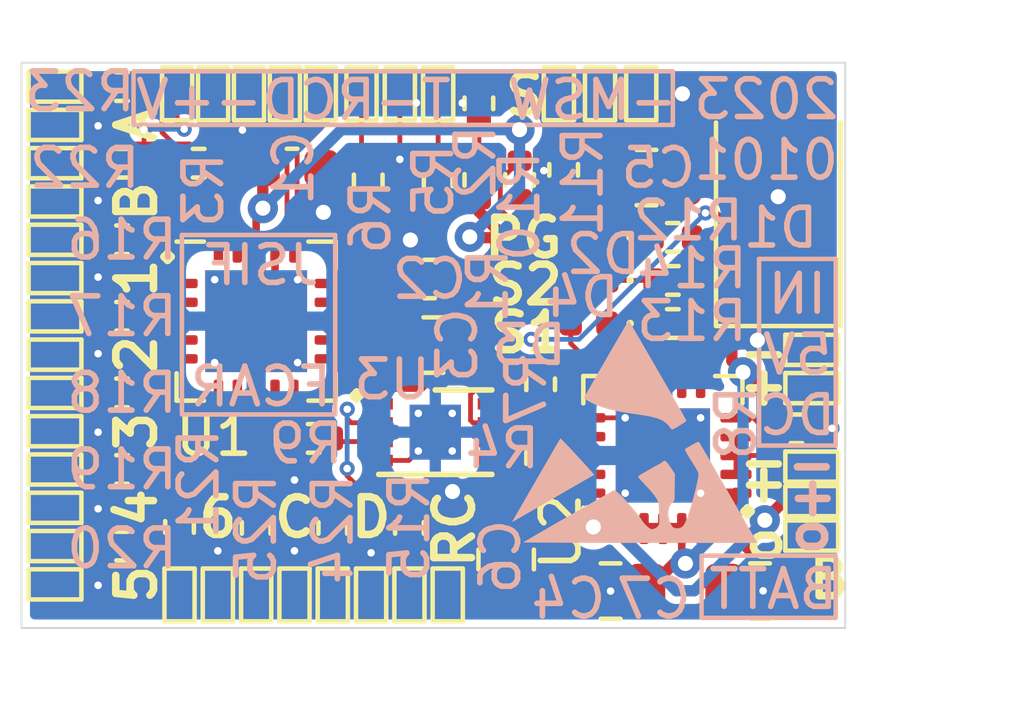
<source format=kicad_pcb>
(kicad_pcb (version 20171130) (host pcbnew "(5.1.9)-1")
  (layers (0 F.Cu signal) (31 B.Cu signal) (34 B.Paste user) (35 F.Paste user) (36 B.SilkS user) (37 F.SilkS user) (38 B.Mask user) (39 F.Mask user) (44 Edge.Cuts user))
  (net 0 "")
  (net 1 MOTOR+)
  (net 2 Vbatt)
  (net 3 +5V)
  (net 4 "Net-(D2-Pad1)")
  (net 5 "Net-(D3-Pad1)")
  (net 6 "Net-(D4-Pad1)")
  (net 7 UART_TX)
  (net 8 UART_RX)
  (net 9 Vpp)
  (net 10 ICSPDATA)
  (net 11 ICSPCLK)
  (net 12 SWONOFF_OUT)
  (net 13 RCS_IN)
  (net 14 "Net-(J19-Pad1)")
  (net 15 "Net-(J21-Pad1)")
  (net 16 "Net-(J23-Pad1)")
  (net 17 "Net-(J25-Pad1)")
  (net 18 "Net-(J27-Pad1)")
  (net 19 "Net-(J29-Pad1)")
  (net 20 "Net-(J31-Pad1)")
  (net 21 "Net-(J33-Pad1)")
  (net 22 "Net-(J35-Pad1)")
  (net 23 "Net-(J37-Pad1)")
  (net 24 "Net-(R4-Pad2)")
  (net 25 "Net-(R5-Pad2)")
  (net 26 "Net-(R6-Pad2)")
  (net 27 "Net-(R7-Pad2)")
  (net 28 "Net-(R8-Pad2)")
  (net 29 EnMOT)
  (net 30 "Net-(R10-Pad1)")
  (net 31 PWM1)
  (net 32 PWM2)
  (net 33 PWM3)
  (net 34 PWM4)
  (net 35 PWM5)
  (net 36 PWM6)
  (net 37 LEDB)
  (net 38 LEDC)
  (net 39 LEDD)
  (net 40 GND)
  (net 41 +3V8)
  (net 42 LEDA)
  (net 43 "Net-(U3-Pad6)")
  (net 44 "Net-(U3-Pad5)")
  (net 45 BATT)
  (net 46 /PG)
  (net 47 /STAT1)
  (net 48 /STAT2)
  (module Package_DFN_QFN:QFN-20-1EP_4x4mm_P0.5mm_EP2.5x2.5mm_ThermalVias (layer F.Cu) (at 157.47 65.542 180)
    (fp_text reference U2 (at 2.7078 -2.022 90) (layer F.SilkS))
    (fp_text value MCP73871-2AA)
    (pad 21 smd rect (at 0 0 180) (size 2.5 2.5) (layers B.Cu) (net 40 GND))
    (pad 21 thru_hole circle (at 1 1 180) (size 0.5 0.5) (drill 0.2) (layers *.Cu) (net 40 GND))
    (pad 21 thru_hole circle (at -1 1 180) (size 0.5 0.5) (drill 0.2) (layers *.Cu) (net 40 GND))
    (pad 21 thru_hole circle (at 1 -1 180) (size 0.5 0.5) (drill 0.2) (layers *.Cu) (net 40 GND))
    (pad 21 thru_hole circle (at -1 -1 180) (size 0.5 0.5) (drill 0.2) (layers *.Cu) (net 40 GND))
    (pad 21 smd rect (at 0 0 180) (size 2.5 2.5) (layers F.Cu F.Mask) (net 40 GND))
    (pad 20 smd roundrect (at -1 -1.9375 180) (size 0.25 0.825) (layers F.Cu F.Paste F.Mask) (net 12 SWONOFF_OUT))
    (pad 19 smd roundrect (at -0.5 -1.9375 180) (size 0.25 0.825) (layers F.Cu F.Paste F.Mask) (net 3 +5V))
    (pad 18 smd roundrect (at 0 -1.9375 180) (size 0.25 0.825) (layers F.Cu F.Paste F.Mask) (net 3 +5V))
    (pad 17 smd roundrect (at 0.5 -1.9375 180) (size 0.25 0.825) (layers F.Cu F.Paste F.Mask) (net 3 +5V))
    (pad 16 smd roundrect (at 1 -1.9375 180) (size 0.25 0.825) (layers F.Cu F.Paste F.Mask) (net 45 BATT))
    (pad 15 smd roundrect (at 1.9375 -1 180) (size 0.825 0.25) (layers F.Cu F.Paste F.Mask) (net 45 BATT))
    (pad 14 smd roundrect (at 1.9375 -0.5 180) (size 0.825 0.25) (layers F.Cu F.Paste F.Mask) (net 45 BATT))
    (pad 13 smd roundrect (at 1.9375 0 180) (size 0.825 0.25) (layers F.Cu F.Paste F.Mask) (net 24 "Net-(R4-Pad2)"))
    (pad 12 smd roundrect (at 1.9375 0.5 180) (size 0.825 0.25) (layers F.Cu F.Paste F.Mask) (net 27 "Net-(R7-Pad2)"))
    (pad 11 smd roundrect (at 1.9375 1 180) (size 0.825 0.25) (layers F.Cu F.Paste F.Mask) (net 40 GND))
    (pad 10 smd roundrect (at 1 1.9375 180) (size 0.25 0.825) (layers F.Cu F.Paste F.Mask) (net 40 GND))
    (pad 9 smd roundrect (at 0.5 1.9375 180) (size 0.25 0.825) (layers F.Cu F.Paste F.Mask) (net 3 +5V))
    (pad 8 smd roundrect (at 0 1.9375 180) (size 0.25 0.825) (layers F.Cu F.Paste F.Mask) (net 47 /STAT1))
    (pad 7 smd roundrect (at -0.5 1.9375 180) (size 0.25 0.825) (layers F.Cu F.Paste F.Mask) (net 48 /STAT2))
    (pad 6 smd roundrect (at -1 1.9375 180) (size 0.25 0.825) (layers F.Cu F.Paste F.Mask) (net 46 /PG))
    (pad 5 smd roundrect (at -1.9375 1 180) (size 0.825 0.25) (layers F.Cu F.Paste F.Mask) (net 28 "Net-(R8-Pad2)"))
    (pad 4 smd roundrect (at -1.9375 0.5 180) (size 0.825 0.25) (layers F.Cu F.Paste F.Mask) (net 3 +5V))
    (pad 3 smd roundrect (at -1.9375 0 180) (size 0.825 0.25) (layers F.Cu F.Paste F.Mask) (net 3 +5V))
    (pad 2 smd roundrect (at -1.9375 -0.5 180) (size 0.825 0.25) (layers F.Cu F.Paste F.Mask) (net 3 +5V))
    (pad 1 smd roundrect (at -1.9375 -1 180) (size 0.825 0.25) (layers F.Cu F.Paste F.Mask) (net 12 SWONOFF_OUT))
  )
  (module Package_DFN_QFN:DFN-8-1EP_3x2mm_P0.5mm_EP1.36x1.46mm_ThermalVias (layer F.Cu) (at 151.4348 64.9224)
    (fp_text reference U3 (at -1.143 -1.397) (layer B.SilkS) (effects (justify mirror)))
    (fp_text value MCP1725-ADJE_MC_DFN-8-Regulator_Linear)
    (pad 9 smd rect (at 0 0) (size 1.36 1.46) (layers B.Cu) (net 40 GND))
    (pad 9 thru_hole circle (at 0.45 -0.5) (size 0.4 0.4) (drill 0.2) (layers *.Cu) (net 40 GND))
    (pad 9 thru_hole circle (at 0.45 0.5) (size 0.4 0.4) (drill 0.2) (layers *.Cu) (net 40 GND))
    (pad 9 thru_hole circle (at -0.45 0.5) (size 0.4 0.4) (drill 0.2) (layers *.Cu) (net 40 GND))
    (pad 9 thru_hole circle (at -0.45 -0.5) (size 0.4 0.4) (drill 0.2) (layers *.Cu) (net 40 GND))
    (pad 9 smd rect (at 0 0) (size 1.36 1.46) (layers F.Cu F.Mask) (net 40 GND))
    (pad 8 smd rect (at 1.5 -0.75) (size 0.75 0.3) (layers F.Cu F.Paste F.Mask) (net 1 MOTOR+))
    (pad 7 smd rect (at 1.5 -0.25) (size 0.75 0.3) (layers F.Cu F.Paste F.Mask) (net 30 "Net-(R10-Pad1)"))
    (pad 6 smd rect (at 1.5 0.25) (size 0.75 0.3) (layers F.Cu F.Paste F.Mask) (net 43 "Net-(U3-Pad6)"))
    (pad 5 smd rect (at 1.5 0.75) (size 0.75 0.3) (layers F.Cu F.Paste F.Mask) (net 44 "Net-(U3-Pad5)"))
    (pad 4 smd rect (at -1.5 0.75) (size 0.75 0.3) (layers F.Cu F.Paste F.Mask) (net 40 GND))
    (pad 3 smd rect (at -1.5 0.25) (size 0.75 0.3) (layers F.Cu F.Paste F.Mask) (net 29 EnMOT))
    (pad 2 smd rect (at -1.5 -0.25) (size 0.75 0.3) (layers F.Cu F.Paste F.Mask) (net 41 +3V8))
    (pad 1 smd rect (at -1.5 -0.75) (size 0.75 0.3) (layers F.Cu F.Paste F.Mask) (net 41 +3V8))
  )
  (module TestPoint:TestPoint_Pad_0.5x1.0mm (layer F.Cu) (at 151.511 55.9435 90)
    (fp_text reference J1)
    (fp_text value Conn_01x01_Male)
    (pad 1 smd rect (at 0 0 90) (size 1 0.5) (layers F.Cu F.Mask) (net 7 UART_TX))
  )
  (module TestPoint:TestPoint_Pad_0.5x1.0mm (layer F.Cu) (at 149.479 55.9435 90)
    (fp_text reference J2)
    (fp_text value Conn_01x01_Male)
    (pad 1 smd rect (at 0 0 90) (size 1 0.5) (layers F.Cu F.Mask) (net 8 UART_RX))
  )
  (module TestPoint:TestPoint_Pad_0.5x1.0mm (layer F.Cu) (at 150.495 55.9435 90)
    (fp_text reference J3)
    (fp_text value Conn_01x01_Male)
    (pad 1 smd rect (at 0 0 90) (size 1 0.5) (layers F.Cu F.Mask) (net 40 GND))
  )
  (module TestPoint:TestPoint_Pad_0.5x1.0mm (layer F.Cu) (at 144.5895 55.9435 90)
    (fp_text reference J4)
    (fp_text value Conn_01x01_Male)
    (pad 1 smd rect (at 0 0 90) (size 1 0.5) (layers F.Cu F.Mask) (net 9 Vpp))
  )
  (module TestPoint:TestPoint_Pad_0.5x1.0mm (layer F.Cu) (at 145.542 55.9435 90)
    (fp_text reference J5)
    (fp_text value Conn_01x01_Male)
    (pad 1 smd rect (at 0 0 90) (size 1 0.5) (layers F.Cu F.Mask) (net 41 +3V8))
  )
  (module TestPoint:TestPoint_Pad_0.5x1.0mm (layer F.Cu) (at 146.4945 55.9435 90)
    (fp_text reference J6)
    (fp_text value Conn_01x01_Male)
    (pad 1 smd rect (at 0 0 90) (size 1 0.5) (layers F.Cu F.Mask) (net 40 GND))
  )
  (module TestPoint:TestPoint_Pad_0.5x1.0mm (layer F.Cu) (at 147.447 55.9435 270)
    (fp_text reference J7)
    (fp_text value Conn_01x01_Male)
    (pad 1 smd rect (at 0 0 270) (size 1 0.5) (layers F.Cu F.Mask) (net 10 ICSPDATA))
  )
  (module TestPoint:TestPoint_Pad_0.5x1.0mm (layer F.Cu) (at 148.3995 55.9435 270)
    (fp_text reference J8)
    (fp_text value Conn_01x01_Male)
    (pad 1 smd rect (at 0 0 270) (size 1 0.5) (layers F.Cu F.Mask) (net 11 ICSPCLK))
  )
  (module TestPoint:TestPoint_Pad_0.5x1.0mm (layer F.Cu) (at 155.8036 55.9435 270)
    (fp_text reference J9)
    (fp_text value Conn_01x01_Male)
    (pad 1 smd rect (at 0 0 270) (size 1 0.5) (layers F.Cu F.Mask) (net 1 MOTOR+))
  )
  (module TestPoint:TestPoint_Pad_0.5x1.0mm (layer F.Cu) (at 156.8958 55.9435 270)
    (fp_text reference J10)
    (fp_text value Conn_01x01_Male)
    (pad 1 smd rect (at 0 0 270) (size 1 0.5) (layers F.Cu F.Mask) (net 40 GND))
  )
  (module TestPoint:TestPoint_Pad_0.5x1.0mm (layer F.Cu) (at 161.417 67.6656 180)
    (fp_text reference J11)
    (fp_text value Conn_01x01_Male)
    (pad 1 smd rect (at 0 0 180) (size 1 0.5) (layers F.Cu F.Mask) (net 12 SWONOFF_OUT))
  )
  (module TestPoint:TestPoint_Pad_0.5x1.0mm (layer F.Cu) (at 154.7114 55.9435 270)
    (fp_text reference J12)
    (fp_text value Conn_01x01_Male)
    (pad 1 smd rect (at 0 0 270) (size 1 0.5) (layers F.Cu F.Mask) (net 41 +3V8))
  )
  (module TestPoint:TestPoint_Pad_0.5x1.0mm (layer F.Cu) (at 151.765 69.2404 90)
    (fp_text reference J13)
    (fp_text value Conn_01x01_Male)
    (pad 1 smd rect (at 0 0 90) (size 1 0.5) (layers F.Cu F.Mask) (net 41 +3V8))
  )
  (module TestPoint:TestPoint_Pad_0.5x1.0mm (layer F.Cu) (at 150.749 69.2404 90)
    (fp_text reference J14)
    (fp_text value Conn_01x01_Male)
    (pad 1 smd rect (at 0 0 90) (size 1 0.5) (layers F.Cu F.Mask) (net 13 RCS_IN))
  )
  (module TestPoint:TestPoint_Pad_0.5x1.0mm (layer F.Cu) (at 161.417 63.754 180)
    (fp_text reference J15)
    (fp_text value Conn_01x01_Male)
    (pad 1 smd rect (at 0 0 180) (size 1 0.5) (layers F.Cu F.Mask) (net 3 +5V))
  )
  (module TestPoint:TestPoint_Pad_0.5x1.0mm (layer F.Cu) (at 161.417 62.738)
    (fp_text reference J16)
    (fp_text value Conn_01x01_Male)
    (pad 1 smd rect (at 0 0) (size 1 0.5) (layers F.Cu F.Mask) (net 40 GND))
  )
  (module TestPoint:TestPoint_Pad_0.5x1.0mm (layer F.Cu) (at 161.417 66.7512)
    (fp_text reference J17)
    (fp_text value Conn_01x01_Male)
    (pad 1 smd rect (at 0 0) (size 1 0.5) (layers F.Cu F.Mask) (net 45 BATT))
  )
  (module TestPoint:TestPoint_Pad_0.5x1.0mm (layer F.Cu) (at 161.417 65.8368)
    (fp_text reference J18)
    (fp_text value Conn_01x01_Male)
    (pad 1 smd rect (at 0 0) (size 1 0.5) (layers F.Cu F.Mask) (net 40 GND))
  )
  (module TestPoint:TestPoint_Pad_0.5x1.0mm (layer F.Cu) (at 141.351 59.817)
    (fp_text reference J19)
    (fp_text value Conn_01x01_Male)
    (pad 1 smd rect (at 0 0) (size 1 0.5) (layers F.Cu F.Mask) (net 14 "Net-(J19-Pad1)"))
  )
  (module TestPoint:TestPoint_Pad_0.5x1.0mm (layer F.Cu) (at 141.351 60.833)
    (fp_text reference J20)
    (fp_text value Conn_01x01_Male)
    (pad 1 smd rect (at 0 0) (size 1 0.5) (layers F.Cu F.Mask) (net 40 GND))
  )
  (module TestPoint:TestPoint_Pad_0.5x1.0mm (layer F.Cu) (at 141.351 61.849)
    (fp_text reference J21)
    (fp_text value Conn_01x01_Male)
    (pad 1 smd rect (at 0 0) (size 1 0.5) (layers F.Cu F.Mask) (net 15 "Net-(J21-Pad1)"))
  )
  (module TestPoint:TestPoint_Pad_0.5x1.0mm (layer F.Cu) (at 141.351 62.865)
    (fp_text reference J22)
    (fp_text value Conn_01x01_Male)
    (pad 1 smd rect (at 0 0) (size 1 0.5) (layers F.Cu F.Mask) (net 40 GND))
  )
  (module TestPoint:TestPoint_Pad_0.5x1.0mm (layer F.Cu) (at 141.351 63.881)
    (fp_text reference J23)
    (fp_text value Conn_01x01_Male)
    (pad 1 smd rect (at 0 0) (size 1 0.5) (layers F.Cu F.Mask) (net 16 "Net-(J23-Pad1)"))
  )
  (module TestPoint:TestPoint_Pad_0.5x1.0mm (layer F.Cu) (at 141.351 64.897)
    (fp_text reference J24)
    (fp_text value Conn_01x01_Male)
    (pad 1 smd rect (at 0 0) (size 1 0.5) (layers F.Cu F.Mask) (net 40 GND))
  )
  (module TestPoint:TestPoint_Pad_0.5x1.0mm (layer F.Cu) (at 141.351 65.913)
    (fp_text reference J25)
    (fp_text value Conn_01x01_Male)
    (pad 1 smd rect (at 0 0) (size 1 0.5) (layers F.Cu F.Mask) (net 17 "Net-(J25-Pad1)"))
  )
  (module TestPoint:TestPoint_Pad_0.5x1.0mm (layer F.Cu) (at 141.351 66.929)
    (fp_text reference J26)
    (fp_text value Conn_01x01_Male)
    (pad 1 smd rect (at 0 0) (size 1 0.5) (layers F.Cu F.Mask) (net 40 GND))
  )
  (module TestPoint:TestPoint_Pad_0.5x1.0mm (layer F.Cu) (at 141.351 67.945)
    (fp_text reference J27)
    (fp_text value Conn_01x01_Male)
    (pad 1 smd rect (at 0 0) (size 1 0.5) (layers F.Cu F.Mask) (net 18 "Net-(J27-Pad1)"))
  )
  (module TestPoint:TestPoint_Pad_0.5x1.0mm (layer F.Cu) (at 141.351 68.961)
    (fp_text reference J28)
    (fp_text value Conn_01x01_Male)
    (pad 1 smd rect (at 0 0) (size 1 0.5) (layers F.Cu F.Mask) (net 40 GND))
  )
  (module TestPoint:TestPoint_Pad_0.5x1.0mm (layer F.Cu) (at 144.653 69.2404 90)
    (fp_text reference J29)
    (fp_text value Conn_01x01_Male)
    (pad 1 smd rect (at 0 0 90) (size 1 0.5) (layers F.Cu F.Mask) (net 19 "Net-(J29-Pad1)"))
  )
  (module TestPoint:TestPoint_Pad_0.5x1.0mm (layer F.Cu) (at 145.669 69.2404 90)
    (fp_text reference J30)
    (fp_text value Conn_01x01_Male)
    (pad 1 smd rect (at 0 0 90) (size 1 0.5) (layers F.Cu F.Mask) (net 40 GND))
  )
  (module TestPoint:TestPoint_Pad_0.5x1.0mm (layer F.Cu) (at 141.351 57.785)
    (fp_text reference J31)
    (fp_text value Conn_01x01_Male)
    (pad 1 smd rect (at 0 0) (size 1 0.5) (layers F.Cu F.Mask) (net 20 "Net-(J31-Pad1)"))
  )
  (module TestPoint:TestPoint_Pad_0.5x1.0mm (layer F.Cu) (at 141.351 58.801)
    (fp_text reference J32)
    (fp_text value Conn_01x01_Male)
    (pad 1 smd rect (at 0 0) (size 1 0.5) (layers F.Cu F.Mask) (net 40 GND))
  )
  (module TestPoint:TestPoint_Pad_0.5x1.0mm (layer F.Cu) (at 141.351 55.753)
    (fp_text reference J33)
    (fp_text value Conn_01x01_Male)
    (pad 1 smd rect (at 0 0) (size 1 0.5) (layers F.Cu F.Mask) (net 21 "Net-(J33-Pad1)"))
  )
  (module TestPoint:TestPoint_Pad_0.5x1.0mm (layer F.Cu) (at 141.351 56.769)
    (fp_text reference J34)
    (fp_text value Conn_01x01_Male)
    (pad 1 smd rect (at 0 0) (size 1 0.5) (layers F.Cu F.Mask) (net 40 GND))
  )
  (module TestPoint:TestPoint_Pad_0.5x1.0mm (layer F.Cu) (at 148.717 69.2404 90)
    (fp_text reference J35)
    (fp_text value Conn_01x01_Male)
    (pad 1 smd rect (at 0 0 90) (size 1 0.5) (layers F.Cu F.Mask) (net 22 "Net-(J35-Pad1)"))
  )
  (module TestPoint:TestPoint_Pad_0.5x1.0mm (layer F.Cu) (at 149.733 69.2404 90)
    (fp_text reference J36)
    (fp_text value Conn_01x01_Male)
    (pad 1 smd rect (at 0 0 90) (size 1 0.5) (layers F.Cu F.Mask) (net 40 GND))
  )
  (module TestPoint:TestPoint_Pad_0.5x1.0mm (layer F.Cu) (at 146.685 69.2404 90)
    (fp_text reference J37)
    (fp_text value Conn_01x01_Male)
    (pad 1 smd rect (at 0 0 90) (size 1 0.5) (layers F.Cu F.Mask) (net 23 "Net-(J37-Pad1)"))
  )
  (module TestPoint:TestPoint_Pad_0.5x1.0mm (layer F.Cu) (at 147.701 69.2404 90)
    (fp_text reference J38)
    (fp_text value Conn_01x01_Male)
    (pad 1 smd rect (at 0 0 90) (size 1 0.5) (layers F.Cu F.Mask) (net 40 GND))
  )
  (module Symbol:ESD-Logo_6.6x6mm_SilkScreen (layer B.Cu) (at 156.718 64.897 180)
    (fp_text reference REF** hide)
    (fp_text value ESD-Logo_6.6x6mm_SilkScreen hide)
  )
  (module Resistor_SMD:R_0402_1005Metric (layer F.Cu) (at 154.2288 65.6082 90)
    (fp_text reference R4 (at 0.254 -1.016 180) (layer B.SilkS) (effects (justify mirror)))
    (fp_text value 18k)
    (pad 2 smd roundrect (at 0.51 0 90) (size 0.54 0.64) (layers F.Cu F.Paste F.Mask) (net 24 "Net-(R4-Pad2)"))
    (pad 1 smd roundrect (at -0.51 0 90) (size 0.54 0.64) (layers F.Cu F.Paste F.Mask) (net 40 GND))
  )
  (module Resistor_SMD:R_0402_1005Metric (layer F.Cu) (at 154.2288 63.6524 270)
    (fp_text reference R7 (at 0.127 0.381 90) (layer B.SilkS) (effects (justify mirror)))
    (fp_text value 220k)
    (pad 2 smd roundrect (at 0.51 0 270) (size 0.54 0.64) (layers F.Cu F.Paste F.Mask) (net 27 "Net-(R7-Pad2)"))
    (pad 1 smd roundrect (at -0.51 0 270) (size 0.54 0.64) (layers F.Cu F.Paste F.Mask) (net 40 GND))
  )
  (module Capacitor_SMD:C_0805_2012Metric (layer F.Cu) (at 151.384 62.611 180)
    (fp_text reference C3 (at -0.635 0 270) (layer B.SilkS) (effects (justify mirror)))
    (fp_text value 4.7uF)
    (pad 2 smd roundrect (at 0.95 0 180) (size 1 1.45) (layers F.Cu F.Paste F.Mask) (net 40 GND))
    (pad 1 smd roundrect (at -0.95 0 180) (size 1 1.45) (layers F.Cu F.Paste F.Mask) (net 41 +3V8))
  )
  (module Capacitor_SMD:C_0805_2012Metric (layer F.Cu) (at 156.083 69.1388 180)
    (fp_text reference C4 (at 1.1176 -0.2032 180) (layer B.SilkS) (effects (justify mirror)))
    (fp_text value 10uF)
    (pad 2 smd roundrect (at 0.95 0 180) (size 1 1.45) (layers F.Cu F.Paste F.Mask) (net 40 GND))
    (pad 1 smd roundrect (at -0.95 0 180) (size 1 1.45) (layers F.Cu F.Paste F.Mask) (net 3 +5V))
  )
  (module Capacitor_SMD:C_0805_2012Metric (layer F.Cu) (at 157.0355 58.166)
    (fp_text reference C5 (at 0.3175 -0.254) (layer B.SilkS) (effects (justify mirror)))
    (fp_text value 4.7uF)
    (pad 2 smd roundrect (at 0.95 0) (size 1 1.45) (layers F.Cu F.Paste F.Mask) (net 40 GND))
    (pad 1 smd roundrect (at -0.95 0) (size 1 1.45) (layers F.Cu F.Paste F.Mask) (net 1 MOTOR+))
  )
  (module Capacitor_SMD:C_0805_2012Metric (layer F.Cu) (at 153.3144 68.3006 90)
    (fp_text reference C6 (at 0.0762 -0.1524 90) (layer B.SilkS) (effects (justify mirror)))
    (fp_text value 4.7uF)
    (pad 2 smd roundrect (at 0.95 0 90) (size 1 1.45) (layers F.Cu F.Paste F.Mask) (net 40 GND))
    (pad 1 smd roundrect (at -0.95 0 90) (size 1 1.45) (layers F.Cu F.Paste F.Mask) (net 45 BATT))
  )
  (module Diode_SMD:D_SMA (layer F.Cu) (at 160.528 58.706 90)
    (fp_text reference D1 (at -0.7935 0.0635) (layer B.SilkS) (effects (justify mirror)))
    (fp_text value SMAJ5.0A/AC)
    (pad 2 smd rect (at 2 0 90) (size 2.5 1.8) (layers F.Cu F.Paste F.Mask) (net 40 GND))
    (pad 1 smd rect (at -2 0 90) (size 2.5 1.8) (layers F.Cu F.Paste F.Mask) (net 3 +5V))
  )
  (module LED_SMD:LED_0402_1005Metric (layer F.Cu) (at 155.5115 59.7535 180)
    (fp_text reference D2 (at -0.381 -0.4445) (layer B.SilkS) (effects (justify mirror)))
    (fp_text value LED)
    (pad 2 smd roundrect (at 0.485 0 180) (size 0.59 0.64) (layers F.Cu F.Paste F.Mask) (net 3 +5V))
    (pad 1 smd roundrect (at -0.485 0 180) (size 0.59 0.64) (layers F.Cu F.Paste F.Mask) (net 4 "Net-(D2-Pad1)"))
  )
  (module LED_SMD:LED_0402_1005Metric (layer F.Cu) (at 155.5115 62.0395 180)
    (fp_text reference D3 (at 1.5875 -0.5715) (layer B.SilkS) (effects (justify mirror)))
    (fp_text value LED)
    (pad 2 smd roundrect (at 0.485 0 180) (size 0.59 0.64) (layers F.Cu F.Paste F.Mask) (net 3 +5V))
    (pad 1 smd roundrect (at -0.485 0 180) (size 0.59 0.64) (layers F.Cu F.Paste F.Mask) (net 5 "Net-(D3-Pad1)"))
  )
  (module LED_SMD:LED_0402_1005Metric (layer F.Cu) (at 155.5115 60.8965 180)
    (fp_text reference D4 (at 0.1905 -0.4445) (layer B.SilkS) (effects (justify mirror)))
    (fp_text value LED)
    (pad 2 smd roundrect (at 0.485 0 180) (size 0.59 0.64) (layers F.Cu F.Paste F.Mask) (net 3 +5V))
    (pad 1 smd roundrect (at -0.485 0 180) (size 0.59 0.64) (layers F.Cu F.Paste F.Mask) (net 6 "Net-(D4-Pad1)"))
  )
  (module Resistor_SMD:R_0402_1005Metric (layer F.Cu) (at 152.5905 58.2295 270)
    (fp_text reference R1 (at 2.8067 -0.2413 90) (layer B.SilkS) (effects (justify mirror)))
    (fp_text value 4.7k)
    (pad 2 smd roundrect (at 0.51 0 270) (size 0.54 0.64) (layers F.Cu F.Paste F.Mask) (net 41 +3V8))
    (pad 1 smd roundrect (at -0.51 0 270) (size 0.54 0.64) (layers F.Cu F.Paste F.Mask) (net 2 Vbatt))
  )
  (module Resistor_SMD:R_0402_1005Metric (layer F.Cu) (at 152.5905 56.1975 270)
    (fp_text reference R2 (at 1.5621 0.0889 90) (layer B.SilkS) (effects (justify mirror)))
    (fp_text value 4.7k)
    (pad 2 smd roundrect (at 0.51 0 270) (size 0.54 0.64) (layers F.Cu F.Paste F.Mask) (net 2 Vbatt))
    (pad 1 smd roundrect (at -0.51 0 270) (size 0.54 0.64) (layers F.Cu F.Paste F.Mask) (net 40 GND))
  )
  (module Resistor_SMD:R_0402_1005Metric (layer F.Cu) (at 145.161 57.785)
    (fp_text reference R3 (at 0.127 0.7112 90) (layer B.SilkS) (effects (justify mirror)))
    (fp_text value 4k7)
    (pad 2 smd roundrect (at 0.51 0) (size 0.54 0.64) (layers F.Cu F.Paste F.Mask) (net 41 +3V8))
    (pad 1 smd roundrect (at -0.51 0) (size 0.54 0.64) (layers F.Cu F.Paste F.Mask) (net 9 Vpp))
  )
  (module Resistor_SMD:R_0402_1005Metric (layer F.Cu) (at 151.511 58.2422 270)
    (fp_text reference R5 (at 0.0254 0.127 270) (layer B.SilkS) (effects (justify mirror)))
    (fp_text value 200E)
    (pad 2 smd roundrect (at 0.51 0 270) (size 0.54 0.64) (layers F.Cu F.Paste F.Mask) (net 25 "Net-(R5-Pad2)"))
    (pad 1 smd roundrect (at -0.51 0 270) (size 0.54 0.64) (layers F.Cu F.Paste F.Mask) (net 7 UART_TX))
  )
  (module Resistor_SMD:R_0402_1005Metric (layer F.Cu) (at 149.6568 58.2422 270)
    (fp_text reference R6 (at 0.9652 -0.0635 90) (layer B.SilkS) (effects (justify mirror)))
    (fp_text value 200E)
    (pad 2 smd roundrect (at 0.51 0 270) (size 0.54 0.64) (layers F.Cu F.Paste F.Mask) (net 26 "Net-(R6-Pad2)"))
    (pad 1 smd roundrect (at -0.51 0 270) (size 0.54 0.64) (layers F.Cu F.Paste F.Mask) (net 8 UART_RX))
  )
  (module Resistor_SMD:R_0402_1005Metric (layer F.Cu) (at 161.0106 64.8335 180)
    (fp_text reference R8 (at 1.6002 0.1651 90) (layer B.SilkS) (effects (justify mirror)))
    (fp_text value 10k)
    (pad 2 smd roundrect (at 0.51 0 180) (size 0.54 0.64) (layers F.Cu F.Paste F.Mask) (net 28 "Net-(R8-Pad2)"))
    (pad 1 smd roundrect (at -0.51 0 180) (size 0.54 0.64) (layers F.Cu F.Paste F.Mask) (net 40 GND))
  )
  (module Resistor_SMD:R_0402_1005Metric (layer F.Cu) (at 148.209 65.0875)
    (fp_text reference R9 (at -0.2032 0.1397) (layer B.SilkS) (effects (justify mirror)))
    (fp_text value 4.7k)
    (pad 2 smd roundrect (at 0.51 0) (size 0.54 0.64) (layers F.Cu F.Paste F.Mask) (net 29 EnMOT))
    (pad 1 smd roundrect (at -0.51 0) (size 0.54 0.64) (layers F.Cu F.Paste F.Mask) (net 40 GND))
  )
  (module Resistor_SMD:R_0402_1005Metric (layer F.Cu) (at 153.67 58.2295 270)
    (fp_text reference R10 (at 0.6985 0 90) (layer B.SilkS) (effects (justify mirror)))
    (fp_text value 47k)
    (pad 1 smd roundrect (at -0.51 0 270) (size 0.54 0.64) (layers F.Cu F.Paste F.Mask) (net 30 "Net-(R10-Pad1)"))
    (pad 2 smd roundrect (at 0.51 0 270) (size 0.54 0.64) (layers F.Cu F.Paste F.Mask) (net 1 MOTOR+))
  )
  (module Resistor_SMD:R_0402_1005Metric (layer F.Cu) (at 154.8384 57.9628 90)
    (fp_text reference R11 (at -0.3048 0.508 90) (layer B.SilkS) (effects (justify mirror)))
    (fp_text value 22k)
    (pad 2 smd roundrect (at 0.51 0 90) (size 0.54 0.64) (layers F.Cu F.Paste F.Mask) (net 30 "Net-(R10-Pad1)"))
    (pad 1 smd roundrect (at -0.51 0 90) (size 0.54 0.64) (layers F.Cu F.Paste F.Mask) (net 40 GND))
  )
  (module Resistor_SMD:R_0402_1005Metric (layer F.Cu) (at 157.734 59.7535 180)
    (fp_text reference R12 (at -0.4064 0.4445) (layer B.SilkS) (effects (justify mirror)))
    (fp_text value 470E)
    (pad 2 smd roundrect (at 0.51 0 180) (size 0.54 0.64) (layers F.Cu F.Paste F.Mask) (net 4 "Net-(D2-Pad1)"))
    (pad 1 smd roundrect (at -0.51 0 180) (size 0.54 0.64) (layers F.Cu F.Paste F.Mask) (net 46 /PG))
  )
  (module Resistor_SMD:R_0402_1005Metric (layer F.Cu) (at 157.734 62.0395 180)
    (fp_text reference R13 (at -0.508 0.0635) (layer B.SilkS) (effects (justify mirror)))
    (fp_text value 470E)
    (pad 2 smd roundrect (at 0.51 0 180) (size 0.54 0.64) (layers F.Cu F.Paste F.Mask) (net 5 "Net-(D3-Pad1)"))
    (pad 1 smd roundrect (at -0.51 0 180) (size 0.54 0.64) (layers F.Cu F.Paste F.Mask) (net 47 /STAT1))
  )
  (module Resistor_SMD:R_0402_1005Metric (layer F.Cu) (at 157.734 60.8965 180)
    (fp_text reference R14 (at -0.508 0.3175) (layer B.SilkS) (effects (justify mirror)))
    (fp_text value 470E)
    (pad 2 smd roundrect (at 0.51 0 180) (size 0.54 0.64) (layers F.Cu F.Paste F.Mask) (net 6 "Net-(D4-Pad1)"))
    (pad 1 smd roundrect (at -0.51 0 180) (size 0.54 0.64) (layers F.Cu F.Paste F.Mask) (net 48 /STAT2))
  )
  (module Resistor_SMD:R_0402_1005Metric (layer F.Cu) (at 150.749 67.4624 270)
    (fp_text reference R15 (at -0.0254 0 90) (layer B.SilkS) (effects (justify mirror)))
    (fp_text value 4.7k)
    (pad 2 smd roundrect (at 0.51 0 270) (size 0.54 0.64) (layers F.Cu F.Paste F.Mask) (net 13 RCS_IN))
    (pad 1 smd roundrect (at -0.51 0 270) (size 0.54 0.64) (layers F.Cu F.Paste F.Mask) (net 40 GND))
  )
  (module Resistor_SMD:R_0402_1005Metric (layer F.Cu) (at 143.129 59.817)
    (fp_text reference R16 (at 0 0) (layer B.SilkS) (effects (justify mirror)))
    (fp_text value 470E)
    (pad 2 smd roundrect (at 0.51 0) (size 0.54 0.64) (layers F.Cu F.Paste F.Mask) (net 31 PWM1))
    (pad 1 smd roundrect (at -0.51 0) (size 0.54 0.64) (layers F.Cu F.Paste F.Mask) (net 14 "Net-(J19-Pad1)"))
  )
  (module Resistor_SMD:R_0402_1005Metric (layer F.Cu) (at 143.129 61.849)
    (fp_text reference R17 (at 0 0) (layer B.SilkS) (effects (justify mirror)))
    (fp_text value 470E)
    (pad 2 smd roundrect (at 0.51 0) (size 0.54 0.64) (layers F.Cu F.Paste F.Mask) (net 32 PWM2))
    (pad 1 smd roundrect (at -0.51 0) (size 0.54 0.64) (layers F.Cu F.Paste F.Mask) (net 15 "Net-(J21-Pad1)"))
  )
  (module Resistor_SMD:R_0402_1005Metric (layer F.Cu) (at 143.129 63.881)
    (fp_text reference R18 (at 0 0) (layer B.SilkS) (effects (justify mirror)))
    (fp_text value 470E)
    (pad 2 smd roundrect (at 0.51 0) (size 0.54 0.64) (layers F.Cu F.Paste F.Mask) (net 33 PWM3))
    (pad 1 smd roundrect (at -0.51 0) (size 0.54 0.64) (layers F.Cu F.Paste F.Mask) (net 16 "Net-(J23-Pad1)"))
  )
  (module Resistor_SMD:R_0402_1005Metric (layer F.Cu) (at 143.129 65.913)
    (fp_text reference R19 (at 0 0) (layer B.SilkS) (effects (justify mirror)))
    (fp_text value 470E)
    (pad 2 smd roundrect (at 0.51 0) (size 0.54 0.64) (layers F.Cu F.Paste F.Mask) (net 34 PWM4))
    (pad 1 smd roundrect (at -0.51 0) (size 0.54 0.64) (layers F.Cu F.Paste F.Mask) (net 17 "Net-(J25-Pad1)"))
  )
  (module Resistor_SMD:R_0402_1005Metric (layer F.Cu) (at 143.129 67.945)
    (fp_text reference R20 (at 0 0.0635) (layer B.SilkS) (effects (justify mirror)))
    (fp_text value 470E)
    (pad 2 smd roundrect (at 0.51 0) (size 0.54 0.64) (layers F.Cu F.Paste F.Mask) (net 35 PWM5))
    (pad 1 smd roundrect (at -0.51 0) (size 0.54 0.64) (layers F.Cu F.Paste F.Mask) (net 18 "Net-(J27-Pad1)"))
  )
  (module Resistor_SMD:R_0402_1005Metric (layer F.Cu) (at 144.653 67.437 90)
    (fp_text reference R21 (at 1.143 0.508 90) (layer B.SilkS) (effects (justify mirror)))
    (fp_text value 470E)
    (pad 2 smd roundrect (at 0.51 0 90) (size 0.54 0.64) (layers F.Cu F.Paste F.Mask) (net 36 PWM6))
    (pad 1 smd roundrect (at -0.51 0 90) (size 0.54 0.64) (layers F.Cu F.Paste F.Mask) (net 19 "Net-(J29-Pad1)"))
  )
  (module Resistor_SMD:R_0402_1005Metric (layer F.Cu) (at 143.129 57.785)
    (fp_text reference R22 (at -0.9906 0.127) (layer B.SilkS) (effects (justify mirror)))
    (fp_text value 470E)
    (pad 2 smd roundrect (at 0.51 0) (size 0.54 0.64) (layers F.Cu F.Paste F.Mask) (net 37 LEDB))
    (pad 1 smd roundrect (at -0.51 0) (size 0.54 0.64) (layers F.Cu F.Paste F.Mask) (net 20 "Net-(J31-Pad1)"))
  )
  (module Resistor_SMD:R_0402_1005Metric (layer F.Cu) (at 143.129 55.753)
    (fp_text reference R23 (at -1.1176 0.127) (layer B.SilkS) (effects (justify mirror)))
    (fp_text value 470E)
    (pad 1 smd roundrect (at -0.51 0) (size 0.54 0.64) (layers F.Cu F.Paste F.Mask) (net 21 "Net-(J33-Pad1)"))
    (pad 2 smd roundrect (at 0.51 0) (size 0.54 0.64) (layers F.Cu F.Paste F.Mask) (net 42 LEDA))
  )
  (module Resistor_SMD:R_0402_1005Metric (layer F.Cu) (at 148.717 67.4624 90)
    (fp_text reference R24 (at -0.0381 0 90) (layer B.SilkS) (effects (justify mirror)))
    (fp_text value 470E)
    (pad 2 smd roundrect (at 0.51 0 90) (size 0.54 0.64) (layers F.Cu F.Paste F.Mask) (net 39 LEDD))
    (pad 1 smd roundrect (at -0.51 0 90) (size 0.54 0.64) (layers F.Cu F.Paste F.Mask) (net 22 "Net-(J35-Pad1)"))
  )
  (module Resistor_SMD:R_0402_1005Metric (layer F.Cu) (at 146.685 67.4624 90)
    (fp_text reference R25 (at -0.0381 0 90) (layer B.SilkS) (effects (justify mirror)))
    (fp_text value 470E)
    (pad 2 smd roundrect (at 0.51 0 90) (size 0.54 0.64) (layers F.Cu F.Paste F.Mask) (net 38 LEDC))
    (pad 1 smd roundrect (at -0.51 0 90) (size 0.54 0.64) (layers F.Cu F.Paste F.Mask) (net 23 "Net-(J37-Pad1)"))
  )
  (module Capacitor_SMD:C_0603_1608Metric (layer F.Cu) (at 147.6375 57.912)
    (fp_text reference C1 (at 0.0381 0 -90) (layer B.SilkS) (effects (justify mirror)))
    (fp_text value 0.1uF)
    (pad 2 smd roundrect (at 0.775 0) (size 0.9 0.95) (layers F.Cu F.Paste F.Mask) (net 40 GND))
    (pad 1 smd roundrect (at -0.775 0) (size 0.9 0.95) (layers F.Cu F.Paste F.Mask) (net 41 +3V8))
  )
  (module Capacitor_SMD:C_0603_1608Metric (layer F.Cu) (at 151.2824 60.8584 180)
    (fp_text reference C2 (at 0 0 180) (layer B.SilkS) (effects (justify mirror)))
    (fp_text value 0.1uF)
    (pad 2 smd roundrect (at 0.775 0 180) (size 0.9 0.95) (layers F.Cu F.Paste F.Mask) (net 40 GND))
    (pad 1 smd roundrect (at -0.775 0 180) (size 0.9 0.95) (layers F.Cu F.Paste F.Mask) (net 2 Vbatt))
  )
  (module Package_DFN_QFN:QFN-20-1EP_4x4mm_P0.5mm_EP2.7x2.7mm_ThermalVias (layer F.Cu) (at 146.685 61.976)
    (fp_text reference U1 (at -1.1176 3.048) (layer F.SilkS))
    (fp_text value PIC16F15345-I_GZ-MCU_Microchip_PIC16)
    (pad 1 smd roundrect (at -1.95 -1) (size 0.8 0.25) (layers F.Cu F.Paste F.Mask) (net 9 Vpp))
    (pad 2 smd roundrect (at -1.95 -0.5) (size 0.8 0.25) (layers F.Cu F.Paste F.Mask) (net 31 PWM1))
    (pad 3 smd roundrect (at -1.95 0) (size 0.8 0.25) (layers F.Cu F.Paste F.Mask) (net 32 PWM2))
    (pad 4 smd roundrect (at -1.95 0.5) (size 0.8 0.25) (layers F.Cu F.Paste F.Mask) (net 33 PWM3))
    (pad 5 smd roundrect (at -1.95 1) (size 0.8 0.25) (layers F.Cu F.Paste F.Mask) (net 34 PWM4))
    (pad 6 smd roundrect (at -1 1.95) (size 0.25 0.8) (layers F.Cu F.Paste F.Mask) (net 35 PWM5))
    (pad 7 smd roundrect (at -0.5 1.95) (size 0.25 0.8) (layers F.Cu F.Paste F.Mask) (net 36 PWM6))
    (pad 8 smd roundrect (at 0 1.95) (size 0.25 0.8) (layers F.Cu F.Paste F.Mask) (net 38 LEDC))
    (pad 9 smd roundrect (at 0.5 1.95) (size 0.25 0.8) (layers F.Cu F.Paste F.Mask) (net 39 LEDD))
    (pad 10 smd roundrect (at 1 1.95) (size 0.25 0.8) (layers F.Cu F.Paste F.Mask) (net 13 RCS_IN))
    (pad 11 smd roundrect (at 1.95 1) (size 0.8 0.25) (layers F.Cu F.Paste F.Mask) (net 29 EnMOT))
    (pad 12 smd roundrect (at 1.95 0.5) (size 0.8 0.25) (layers F.Cu F.Paste F.Mask) (net 2 Vbatt))
    (pad 13 smd roundrect (at 1.95 0) (size 0.8 0.25) (layers F.Cu F.Paste F.Mask) (net 25 "Net-(R5-Pad2)"))
    (pad 14 smd roundrect (at 1.95 -0.5) (size 0.8 0.25) (layers F.Cu F.Paste F.Mask) (net 26 "Net-(R6-Pad2)"))
    (pad 15 smd roundrect (at 1.95 -1) (size 0.8 0.25) (layers F.Cu F.Paste F.Mask) (net 11 ICSPCLK))
    (pad 16 smd roundrect (at 1 -1.95) (size 0.25 0.8) (layers F.Cu F.Paste F.Mask) (net 10 ICSPDATA))
    (pad 17 smd roundrect (at 0.5 -1.95) (size 0.25 0.8) (layers F.Cu F.Paste F.Mask) (net 40 GND))
    (pad 18 smd roundrect (at 0 -1.95) (size 0.25 0.8) (layers F.Cu F.Paste F.Mask) (net 41 +3V8))
    (pad 19 smd roundrect (at -0.5 -1.95) (size 0.25 0.8) (layers F.Cu F.Paste F.Mask) (net 42 LEDA))
    (pad 20 smd roundrect (at -1 -1.95) (size 0.25 0.8) (layers F.Cu F.Paste F.Mask) (net 37 LEDB))
    (pad 21 smd rect (at 0 0) (size 2.7 2.7) (layers F.Cu F.Mask) (net 40 GND))
    (pad 21 thru_hole circle (at -1.1 -1.1) (size 0.5 0.5) (drill 0.2) (layers *.Cu) (net 40 GND))
    (pad 21 thru_hole circle (at 1.1 -1.1) (size 0.5 0.5) (drill 0.2) (layers *.Cu) (net 40 GND))
    (pad 21 thru_hole circle (at -1.1 1.1) (size 0.5 0.5) (drill 0.2) (layers *.Cu) (net 40 GND))
    (pad 21 thru_hole circle (at 1.1 1.1) (size 0.5 0.5) (drill 0.2) (layers *.Cu) (net 40 GND))
    (pad 21 smd rect (at 0 0) (size 2.7 2.7) (layers B.Cu) (net 40 GND))
  )
  (module Capacitor_SMD:C_0805_2012Metric (layer F.Cu) (at 160.0454 69.1388 180)
    (fp_text reference C7 (at 2.8194 -0.2032) (layer B.SilkS) (effects (justify mirror)))
    (fp_text value 4.7uF)
    (pad 1 smd roundrect (at -0.95 0 180) (size 1 1.45) (layers F.Cu F.Paste F.Mask) (net 12 SWONOFF_OUT))
    (pad 2 smd roundrect (at 0.95 0 180) (size 1 1.45) (layers F.Cu F.Paste F.Mask) (net 40 GND))
  )
  (gr_text S (at 153.797 55.9816) (layer F.SilkS) (effects (font (size 1 1) (thickness 0.2))))
  (gr_text o (at 160.3248 67.9196 270) (layer F.SilkS) (effects (font (size 1 1) (thickness 0.2))))
  (gr_text + (at 160.147 66.3956 180) (layer F.SilkS) (effects (font (size 1 1) (thickness 0.2))))
  (gr_text - (at 160.147 65.8368 180) (layer F.SilkS) (effects (font (size 1 1) (thickness 0.2))))
  (gr_text "o\n" (at 161.544 67.691 270) (layer B.SilkS) (effects (font (size 1 1) (thickness 0.2)) (justify mirror)))
  (gr_text "2023\n0101" (at 160.2105 56.896) (layer B.SilkS) (effects (font (size 1 1)) (justify mirror)))
  (gr_text . (at 149.352 64.77 180) (layer F.SilkS) (effects (font (size 2 2) (thickness 0.2))))
  (gr_text RC (at 151.9428 67.4878 90) (layer F.SilkS) (effects (font (size 1 1) (thickness 0.2))))
  (gr_line (start 162.052 69.85) (end 162.052 68.199) (layer B.SilkS) (width 0.12))
  (gr_line (start 158.496 69.85) (end 162.052 69.85) (layer B.SilkS) (width 0.12))
  (gr_line (start 158.496 68.199) (end 158.496 69.85) (layer B.SilkS) (width 0.12))
  (gr_line (start 162.052 68.199) (end 158.496 68.199) (layer B.SilkS) (width 0.12))
  (gr_line (start 162.052 65.278) (end 162.052 60.325) (layer B.SilkS) (width 0.12))
  (gr_line (start 160.02 65.278) (end 162.052 65.278) (layer B.SilkS) (width 0.12))
  (gr_line (start 160.02 60.325) (end 160.02 65.278) (layer B.SilkS) (width 0.12))
  (gr_line (start 162.052 60.325) (end 160.02 60.325) (layer B.SilkS) (width 0.12))
  (gr_line (start 157.734 55.3466) (end 143.4338 55.3466) (layer B.SilkS) (width 0.12))
  (gr_line (start 157.734 56.769) (end 157.734 55.3466) (layer B.SilkS) (width 0.12))
  (gr_line (start 143.4338 56.769) (end 157.734 56.769) (layer B.SilkS) (width 0.12))
  (gr_line (start 143.4338 55.3466) (end 143.4338 56.769) (layer B.SilkS) (width 0.12))
  (gr_line (start 144.7165 64.389) (end 144.7165 59.69) (layer B.SilkS) (width 0.12))
  (gr_line (start 148.7805 64.4525) (end 144.7165 64.4525) (layer B.SilkS) (width 0.12))
  (gr_line (start 148.7805 59.69) (end 148.7805 64.4525) (layer B.SilkS) (width 0.12))
  (gr_line (start 144.7165 59.69) (end 148.7805 59.69) (layer B.SilkS) (width 0.12))
  (gr_text "JSIF\n   \nFCAR" (at 146.812 62.103) (layer B.SilkS) (effects (font (size 1 1)) (justify mirror)))
  (gr_text S1 (at 153.8732 62.2808) (layer F.SilkS) (effects (font (size 1 1) (thickness 0.2))))
  (gr_text S2 (at 153.8224 61.0108) (layer F.SilkS) (effects (font (size 1 1) (thickness 0.2))))
  (gr_text PG (at 153.7716 59.7662) (layer F.SilkS) (effects (font (size 1 1) (thickness 0.2))))
  (gr_text BATT (at 160.401 69.088) (layer B.SilkS) (effects (font (size 1 1)) (justify mirror)))
  (gr_text "IN\n5V\nDC" (at 161.036 62.865) (layer B.SilkS) (effects (font (size 1 1)) (justify mirror)))
  (gr_text "-MSW  T-RCD-+V" (at 150.6728 56.1086) (layer B.SilkS) (effects (font (size 1 1)) (justify mirror)))
  (gr_text - (at 160.147 62.9412 180) (layer F.SilkS) (effects (font (size 1 1) (thickness 0.2))))
  (gr_text + (at 160.147 63.8175 180) (layer F.SilkS) (effects (font (size 1 1) (thickness 0.2))))
  (gr_text B (at 161.8742 68.8086) (layer F.SilkS) (effects (font (size 1 1) (thickness 0.2))))
  (gr_text - (at 161.417 65.913 180) (layer B.SilkS) (effects (font (size 1 1) (thickness 0.2)) (justify mirror)))
  (gr_text + (at 161.4424 66.7512 180) (layer B.SilkS) (effects (font (size 1 1) (thickness 0.2)) (justify mirror)))
  (gr_text . (at 159.7152 67.8434 180) (layer F.SilkS) (effects (font (size 2 2) (thickness 0.2))))
  (gr_text . (at 144.3355 61.087 180) (layer F.SilkS) (effects (font (size 2 2) (thickness 0.2))))
  (gr_text D (at 149.733 67.183) (layer F.SilkS) (effects (font (size 1 1) (thickness 0.2))))
  (gr_text C (at 147.701 67.183) (layer F.SilkS) (effects (font (size 1 1) (thickness 0.2))))
  (gr_text 6 (at 145.669 67.183) (layer F.SilkS) (effects (font (size 1 1) (thickness 0.2))))
  (gr_text 5 (at 143.51 68.961 90) (layer F.SilkS) (effects (font (size 1 1) (thickness 0.2))))
  (gr_text 4 (at 143.51 66.929 90) (layer F.SilkS) (effects (font (size 1 1) (thickness 0.2))))
  (gr_text 3 (at 143.51 64.897 90) (layer F.SilkS) (effects (font (size 1 1) (thickness 0.2))))
  (gr_text 2 (at 143.51 62.865 90) (layer F.SilkS) (effects (font (size 1 1) (thickness 0.2))))
  (gr_text 1 (at 143.51 60.833 90) (layer F.SilkS) (effects (font (size 1 1) (thickness 0.2))))
  (gr_text "B\n" (at 143.51 58.801 90) (layer F.SilkS) (effects (font (size 1 1) (thickness 0.2))))
  (gr_text A (at 143.51 56.769 90) (layer F.SilkS) (effects (font (size 1 1) (thickness 0.2))))
  (gr_line (start 140.462 70.118) (end 140.462 55.118) (layer Edge.Cuts) (width 0.05))
  (gr_line (start 140.462 70.118) (end 162.306 70.118) (layer Edge.Cuts) (width 0.05))
  (gr_line (start 162.306 55.118) (end 162.306 70.118) (layer Edge.Cuts) (width 0.05))
  (gr_line (start 140.462 55.118) (end 162.306 55.118) (layer Edge.Cuts) (width 0.05))
  (segment (start 156.0855 57.7367) (end 156.0855 58.166) (width 0.3) (layer F.Cu) (net 1))
  (segment (start 153.9748 59.0443) (end 153.67 58.7395) (width 0.3) (layer F.Cu) (net 1))
  (segment (start 153.9748 59.4868) (end 153.9748 59.0443) (width 0.3) (layer F.Cu) (net 1))
  (segment (start 153.9748 61.3918) (end 153.9748 59.4868) (width 0.3) (layer F.Cu) (net 1))
  (segment (start 153.365021 62.001579) (end 153.9748 61.3918) (width 0.3) (layer F.Cu) (net 1))
  (segment (start 152.9348 63.839733) (end 153.365021 63.409512) (width 0.3) (layer F.Cu) (net 1))
  (segment (start 152.9348 64.1724) (end 152.9348 63.839733) (width 0.3) (layer F.Cu) (net 1))
  (segment (start 153.365021 63.409512) (end 153.365021 62.001579) (width 0.3) (layer F.Cu) (net 1))
  (segment (start 153.99929 59.01981) (end 153.9748 59.0443) (width 0.3) (layer F.Cu) (net 1))
  (segment (start 155.194062 59.01981) (end 153.99929 59.01981) (width 0.3) (layer F.Cu) (net 1))
  (segment (start 156.047872 58.166) (end 155.194062 59.01981) (width 0.3) (layer F.Cu) (net 1))
  (segment (start 156.0855 58.166) (end 156.047872 58.166) (width 0.3) (layer F.Cu) (net 1))
  (segment (start 156.0855 58.166) (end 156.0855 57.1525) (width 0.3) (layer F.Cu) (net 1))
  (segment (start 155.8036 56.8706) (end 155.8036 55.9435) (width 0.3) (layer F.Cu) (net 1))
  (segment (start 156.0855 57.1525) (end 155.8036 56.8706) (width 0.3) (layer F.Cu) (net 1))
  (segment (start 152.5905 56.7075) (end 152.5905 57.7195) (width 0.127) (layer F.Cu) (net 2))
  (segment (start 152.07999 58.23001) (end 152.5905 57.7195) (width 0.127) (layer F.Cu) (net 2))
  (segment (start 152.07999 58.963552) (end 152.07999 58.23001) (width 0.127) (layer F.Cu) (net 2))
  (segment (start 151.810742 59.2328) (end 152.07999 58.963552) (width 0.127) (layer F.Cu) (net 2))
  (segment (start 149.733529 62.000871) (end 149.733529 59.862073) (width 0.127) (layer F.Cu) (net 2))
  (segment (start 149.733529 59.862073) (end 150.362802 59.2328) (width 0.127) (layer F.Cu) (net 2))
  (segment (start 149.2584 62.476) (end 149.733529 62.000871) (width 0.127) (layer F.Cu) (net 2))
  (segment (start 148.635 62.476) (end 149.2584 62.476) (width 0.127) (layer F.Cu) (net 2))
  (segment (start 151.4348 59.9818) (end 151.4348 59.2328) (width 0.127) (layer F.Cu) (net 2))
  (segment (start 152.3114 60.8584) (end 151.4348 59.9818) (width 0.127) (layer F.Cu) (net 2))
  (segment (start 151.4348 59.2328) (end 151.810742 59.2328) (width 0.127) (layer F.Cu) (net 2))
  (segment (start 150.362802 59.2328) (end 151.4348 59.2328) (width 0.127) (layer F.Cu) (net 2))
  (segment (start 155.0265 62.0395) (end 155.0265 60.8965) (width 0.127) (layer F.Cu) (net 3))
  (segment (start 155.0265 59.7535) (end 155.0265 60.8965) (width 0.127) (layer F.Cu) (net 3))
  (segment (start 159.4075 66.042) (end 159.4075 65.542) (width 0.127) (layer F.Cu) (net 3))
  (segment (start 159.4075 65.042) (end 159.4075 65.542) (width 0.127) (layer F.Cu) (net 3))
  (segment (start 156.97 67.4795) (end 157.47 67.4795) (width 0.3) (layer F.Cu) (net 3))
  (segment (start 160.147 60.325) (end 160.528 60.706) (width 0.127) (layer F.Cu) (net 3))
  (segment (start 159.5628 60.706) (end 160.528 60.706) (width 0.3) (layer F.Cu) (net 3))
  (segment (start 157.6495 67.4795) (end 157.97 67.4795) (width 0.3) (layer F.Cu) (net 3))
  (segment (start 157.47 67.4795) (end 157.6495 67.4795) (width 0.3) (layer F.Cu) (net 3))
  (segment (start 157.97 67.4795) (end 157.97 68.308) (width 0.2) (layer F.Cu) (net 3))
  (segment (start 157.033 69.1388) (end 157.0584 69.1642) (width 0.3) (layer F.Cu) (net 3))
  (segment (start 157.765723 68.406077) (end 158.068086 68.406077) (width 0.3) (layer F.Cu) (net 3))
  (segment (start 157.033 69.1388) (end 157.765723 68.406077) (width 0.3) (layer F.Cu) (net 3))
  (segment (start 157.97 68.308) (end 158.068077 68.406077) (width 0.127) (layer F.Cu) (net 3))
  (segment (start 158.068077 68.406077) (end 158.068086 68.406077) (width 0.127) (layer F.Cu) (net 3))
  (via (at 158.068086 68.406077) (size 0.8) (drill 0.4) (layers F.Cu B.Cu) (net 3))
  (segment (start 158.068086 68.406077) (end 159.59539 66.878773) (width 0.3) (layer B.Cu) (net 3))
  (via (at 159.59539 63.331314) (size 0.8) (drill 0.4) (layers F.Cu B.Cu) (net 3))
  (segment (start 160.018076 63.754) (end 159.59539 63.331314) (width 0.3) (layer F.Cu) (net 3))
  (segment (start 161.417 63.754) (end 160.018076 63.754) (width 0.3) (layer F.Cu) (net 3))
  (segment (start 159.59539 66.878773) (end 159.59539 63.331314) (width 0.3) (layer B.Cu) (net 3))
  (segment (start 159.299032 63.034956) (end 159.59539 63.331314) (width 0.3) (layer F.Cu) (net 3))
  (segment (start 159.299032 60.868168) (end 159.299032 63.034956) (width 0.3) (layer F.Cu) (net 3))
  (segment (start 159.5628 60.706) (end 159.4612 60.706) (width 0.3) (layer F.Cu) (net 3))
  (segment (start 161.0106 64.4906) (end 161.417 64.0842) (width 0.127) (layer F.Cu) (net 3))
  (segment (start 160.8074 65.3796) (end 161.0106 65.1764) (width 0.127) (layer F.Cu) (net 3))
  (segment (start 160.1216 65.3796) (end 160.8074 65.3796) (width 0.127) (layer F.Cu) (net 3))
  (segment (start 159.9592 65.542) (end 160.1216 65.3796) (width 0.127) (layer F.Cu) (net 3))
  (segment (start 161.417 64.0842) (end 161.417 63.754) (width 0.127) (layer F.Cu) (net 3))
  (segment (start 161.0106 65.1764) (end 161.0106 64.4906) (width 0.127) (layer F.Cu) (net 3))
  (segment (start 159.4075 65.542) (end 159.9592 65.542) (width 0.127) (layer F.Cu) (net 3))
  (segment (start 156.97 63.6045) (end 156.97 62.99) (width 0.127) (layer F.Cu) (net 3))
  (segment (start 156.97 62.99) (end 156.7688 62.7888) (width 0.127) (layer F.Cu) (net 3))
  (segment (start 156.7688 62.7888) (end 155.2448 62.7888) (width 0.127) (layer F.Cu) (net 3))
  (segment (start 155.0265 62.5705) (end 155.0265 62.0395) (width 0.127) (layer F.Cu) (net 3))
  (segment (start 155.2448 62.7888) (end 155.0265 62.5705) (width 0.127) (layer F.Cu) (net 3))
  (via (at 158.5976 59.1058) (size 0.4) (drill 0.2) (layers F.Cu B.Cu) (net 3))
  (via (at 153.9748 62.4586) (size 0.4) (drill 0.2) (layers F.Cu B.Cu) (net 3))
  (segment (start 155.0265 62.0395) (end 154.3939 62.0395) (width 0.127) (layer F.Cu) (net 3))
  (segment (start 154.3939 62.0395) (end 153.9748 62.4586) (width 0.127) (layer F.Cu) (net 3))
  (segment (start 158.5976 59.1058) (end 155.2448 62.4586) (width 0.127) (layer B.Cu) (net 3))
  (segment (start 155.2448 62.4586) (end 153.9748 62.4586) (width 0.127) (layer B.Cu) (net 3))
  (segment (start 158.5976 59.1058) (end 158.9024 59.1058) (width 0.127) (layer F.Cu) (net 3))
  (segment (start 158.9024 59.1058) (end 159.131 59.3344) (width 0.127) (layer F.Cu) (net 3))
  (segment (start 159.131 60.5282) (end 159.385 60.7822) (width 0.127) (layer F.Cu) (net 3))
  (segment (start 159.131 59.3344) (end 159.131 60.5282) (width 0.127) (layer F.Cu) (net 3))
  (segment (start 159.385 60.7822) (end 159.299032 60.868168) (width 0.3) (layer F.Cu) (net 3))
  (segment (start 159.4612 60.706) (end 159.385 60.7822) (width 0.3) (layer F.Cu) (net 3))
  (segment (start 156.103899 59.860899) (end 157.116601 59.860899) (width 0.127) (layer F.Cu) (net 4))
  (segment (start 155.9965 59.7535) (end 156.103899 59.860899) (width 0.127) (layer F.Cu) (net 4))
  (segment (start 157.116601 59.860899) (end 157.224 59.7535) (width 0.127) (layer F.Cu) (net 4))
  (segment (start 155.9965 62.0395) (end 157.224 62.0395) (width 0.127) (layer F.Cu) (net 5))
  (segment (start 157.224 60.8965) (end 155.9965 60.8965) (width 0.127) (layer F.Cu) (net 6))
  (segment (start 151.511 55.9435) (end 151.511 57.7322) (width 0.127) (layer F.Cu) (net 7))
  (segment (start 149.479 57.5544) (end 149.6568 57.7322) (width 0.127) (layer F.Cu) (net 8))
  (segment (start 149.479 55.9435) (end 149.479 57.5544) (width 0.127) (layer F.Cu) (net 8))
  (segment (start 144.14049 57.27449) (end 144.651 57.785) (width 0.127) (layer F.Cu) (net 9))
  (segment (start 143.17849 58.295314) (end 143.17849 57.465168) (width 0.127) (layer F.Cu) (net 9))
  (segment (start 143.17849 57.465168) (end 143.369168 57.27449) (width 0.127) (layer F.Cu) (net 9))
  (segment (start 144.735 59.851824) (end 143.17849 58.295314) (width 0.127) (layer F.Cu) (net 9))
  (segment (start 144.735 60.976) (end 144.735 59.851824) (width 0.127) (layer F.Cu) (net 9))
  (via (at 144.776363 56.88399) (size 0.4) (drill 0.2) (layers F.Cu B.Cu) (net 9))
  (segment (start 144.5895 56.697127) (end 144.776363 56.88399) (width 0.127) (layer F.Cu) (net 9))
  (segment (start 144.5895 55.9435) (end 144.5895 56.697127) (width 0.127) (layer F.Cu) (net 9))
  (via (at 143.7132 56.896) (size 0.4) (drill 0.2) (layers F.Cu B.Cu) (net 9))
  (segment (start 143.72521 56.88399) (end 143.7132 56.896) (width 0.127) (layer B.Cu) (net 9))
  (segment (start 144.776363 56.88399) (end 143.72521 56.88399) (width 0.127) (layer B.Cu) (net 9))
  (segment (start 143.7132 57.2516) (end 143.69031 57.27449) (width 0.127) (layer F.Cu) (net 9))
  (segment (start 143.7132 56.896) (end 143.7132 57.2516) (width 0.127) (layer F.Cu) (net 9))
  (segment (start 143.69031 57.27449) (end 144.14049 57.27449) (width 0.127) (layer F.Cu) (net 9))
  (segment (start 143.369168 57.27449) (end 143.69031 57.27449) (width 0.127) (layer F.Cu) (net 9))
  (segment (start 147.6756 59.436) (end 147.6756 60.0166) (width 0.127) (layer F.Cu) (net 10))
  (segment (start 147.50301 59.26341) (end 147.6756 59.436) (width 0.127) (layer F.Cu) (net 10))
  (segment (start 147.447 55.9435) (end 147.50301 55.99951) (width 0.127) (layer F.Cu) (net 10))
  (segment (start 147.6756 60.0166) (end 147.685 60.026) (width 0.127) (layer F.Cu) (net 10))
  (segment (start 147.50301 55.99951) (end 147.50301 59.26341) (width 0.127) (layer F.Cu) (net 10))
  (segment (start 148.635 60.218188) (end 148.635 60.976) (width 0.127) (layer F.Cu) (net 11))
  (segment (start 147.929611 59.512799) (end 148.635 60.218188) (width 0.127) (layer F.Cu) (net 11))
  (segment (start 147.929611 59.330786) (end 147.929611 59.512799) (width 0.127) (layer F.Cu) (net 11))
  (segment (start 147.77199 57.489888) (end 147.77199 59.173166) (width 0.127) (layer F.Cu) (net 11))
  (segment (start 147.77199 59.173166) (end 147.929611 59.330786) (width 0.127) (layer F.Cu) (net 11))
  (segment (start 148.3995 55.9435) (end 148.3995 56.862378) (width 0.127) (layer F.Cu) (net 11))
  (segment (start 148.3995 56.862378) (end 147.77199 57.489888) (width 0.127) (layer F.Cu) (net 11))
  (segment (start 159.4075 66.542) (end 159.4075 67.4741) (width 0.3) (layer F.Cu) (net 12))
  (segment (start 159.4075 67.4741) (end 159.4021 67.4795) (width 0.3) (layer F.Cu) (net 12))
  (segment (start 158.47 67.4795) (end 159.4021 67.4795) (width 0.3) (layer F.Cu) (net 12))
  (segment (start 159.4021 67.6827) (end 159.4021 67.4795) (width 0.3) (layer F.Cu) (net 12))
  (segment (start 159.8422 68.1228) (end 159.4021 67.6827) (width 0.3) (layer F.Cu) (net 12))
  (segment (start 160.9852 68.1228) (end 159.8422 68.1228) (width 0.3) (layer F.Cu) (net 12))
  (segment (start 160.9954 68.133) (end 160.9852 68.1228) (width 0.3) (layer F.Cu) (net 12))
  (segment (start 160.9954 69.1388) (end 160.9954 68.133) (width 0.3) (layer F.Cu) (net 12))
  (segment (start 161.2646 68.1228) (end 161.417 67.9704) (width 0.3) (layer F.Cu) (net 12))
  (segment (start 161.417 67.9704) (end 161.417 67.6656) (width 0.3) (layer F.Cu) (net 12))
  (segment (start 160.8074 68.1228) (end 161.2646 68.1228) (width 0.3) (layer F.Cu) (net 12))
  (segment (start 150.749 69.2404) (end 150.749 67.9724) (width 0.127) (layer F.Cu) (net 13))
  (segment (start 147.9238 63.926) (end 147.685 63.926) (width 0.127) (layer F.Cu) (net 13))
  (segment (start 148.15951 64.16171) (end 147.9238 63.926) (width 0.127) (layer F.Cu) (net 13))
  (segment (start 148.15951 65.614568) (end 148.15951 64.16171) (width 0.127) (layer F.Cu) (net 13))
  (segment (start 150.517342 67.9724) (end 148.15951 65.614568) (width 0.127) (layer F.Cu) (net 13))
  (segment (start 150.749 67.9724) (end 150.517342 67.9724) (width 0.127) (layer F.Cu) (net 13))
  (segment (start 141.351 59.817) (end 142.619 59.817) (width 0.127) (layer F.Cu) (net 14))
  (segment (start 142.619 61.849) (end 141.351 61.849) (width 0.127) (layer F.Cu) (net 15))
  (segment (start 141.351 63.881) (end 142.619 63.881) (width 0.127) (layer F.Cu) (net 16))
  (segment (start 142.619 65.913) (end 141.351 65.913) (width 0.127) (layer F.Cu) (net 17))
  (segment (start 141.351 67.945) (end 142.619 67.945) (width 0.127) (layer F.Cu) (net 18))
  (segment (start 144.653 69.2404) (end 144.653 67.947) (width 0.127) (layer F.Cu) (net 19))
  (segment (start 141.351 57.785) (end 142.619 57.785) (width 0.127) (layer F.Cu) (net 20))
  (segment (start 141.351 55.753) (end 142.619 55.753) (width 0.127) (layer F.Cu) (net 21))
  (segment (start 148.717 69.2404) (end 148.717 67.9724) (width 0.127) (layer F.Cu) (net 22))
  (segment (start 146.685 69.2404) (end 146.685 67.9724) (width 0.127) (layer F.Cu) (net 23))
  (segment (start 155.5325 65.542) (end 154.95 65.542) (width 0.127) (layer F.Cu) (net 24))
  (segment (start 154.8384 65.4304) (end 154.8384 65.205424) (width 0.127) (layer F.Cu) (net 24))
  (segment (start 154.95 65.542) (end 154.8384 65.4304) (width 0.127) (layer F.Cu) (net 24))
  (segment (start 154.731176 65.0982) (end 154.2288 65.0982) (width 0.127) (layer F.Cu) (net 24))
  (segment (start 154.8384 65.205424) (end 154.731176 65.0982) (width 0.127) (layer F.Cu) (net 24))
  (segment (start 149.098 61.976) (end 148.635 61.976) (width 0.127) (layer F.Cu) (net 25))
  (segment (start 149.47952 61.59448) (end 149.098 61.976) (width 0.127) (layer F.Cu) (net 25))
  (segment (start 149.47952 59.756858) (end 149.47952 61.59448) (width 0.127) (layer F.Cu) (net 25))
  (segment (start 150.308378 58.928) (end 149.47952 59.756858) (width 0.127) (layer F.Cu) (net 25))
  (segment (start 150.876 58.928) (end 150.308378 58.928) (width 0.127) (layer F.Cu) (net 25))
  (segment (start 151.0518 58.7522) (end 150.876 58.928) (width 0.127) (layer F.Cu) (net 25))
  (segment (start 151.511 58.7522) (end 151.0518 58.7522) (width 0.127) (layer F.Cu) (net 25))
  (segment (start 149.09 61.476) (end 148.635 61.476) (width 0.127) (layer F.Cu) (net 26))
  (segment (start 149.22551 61.34049) (end 149.09 61.476) (width 0.127) (layer F.Cu) (net 26))
  (segment (start 149.22551 58.86349) (end 149.22551 61.34049) (width 0.127) (layer F.Cu) (net 26))
  (segment (start 149.3368 58.7522) (end 149.22551 58.86349) (width 0.127) (layer F.Cu) (net 26))
  (segment (start 149.6568 58.7522) (end 149.3368 58.7522) (width 0.127) (layer F.Cu) (net 26))
  (segment (start 154.8638 64.3636) (end 154.6626 64.1624) (width 0.127) (layer F.Cu) (net 27))
  (segment (start 154.8638 64.8716) (end 154.8638 64.3636) (width 0.127) (layer F.Cu) (net 27))
  (segment (start 154.6626 64.1624) (end 154.2288 64.1624) (width 0.127) (layer F.Cu) (net 27))
  (segment (start 155.0342 65.042) (end 154.8638 64.8716) (width 0.127) (layer F.Cu) (net 27))
  (segment (start 155.5325 65.042) (end 155.0342 65.042) (width 0.127) (layer F.Cu) (net 27))
  (segment (start 160.4371 64.77) (end 160.5006 64.8335) (width 0.127) (layer F.Cu) (net 28))
  (segment (start 160.0962 64.77) (end 160.4371 64.77) (width 0.127) (layer F.Cu) (net 28))
  (segment (start 159.8682 64.542) (end 160.0962 64.77) (width 0.127) (layer F.Cu) (net 28))
  (segment (start 159.4075 64.542) (end 159.8682 64.542) (width 0.127) (layer F.Cu) (net 28))
  (segment (start 148.635 65.0035) (end 148.719 65.0875) (width 0.127) (layer F.Cu) (net 29))
  (segment (start 148.635 62.976) (end 148.635 65.0035) (width 0.127) (layer F.Cu) (net 29))
  (segment (start 148.8039 65.1724) (end 148.719 65.0875) (width 0.127) (layer F.Cu) (net 29))
  (segment (start 149.9348 65.1724) (end 148.8039 65.1724) (width 0.127) (layer F.Cu) (net 29))
  (segment (start 153.67 57.7195) (end 154.0149 57.7195) (width 0.127) (layer F.Cu) (net 30))
  (segment (start 154.2816 57.4528) (end 154.7368 57.4528) (width 0.127) (layer F.Cu) (net 30))
  (segment (start 154.0149 57.7195) (end 154.2816 57.4528) (width 0.127) (layer F.Cu) (net 30))
  (segment (start 153.15949 58.23001) (end 153.67 57.7195) (width 0.127) (layer F.Cu) (net 30))
  (segment (start 153.15949 59.009332) (end 153.15949 58.23001) (width 0.127) (layer F.Cu) (net 30))
  (segment (start 153.37892 59.228762) (end 153.15949 59.009332) (width 0.127) (layer F.Cu) (net 30))
  (segment (start 153.02451 63.268468) (end 153.02451 61.70709) (width 0.127) (layer F.Cu) (net 30))
  (segment (start 152.9348 64.6724) (end 152.4328 64.6724) (width 0.127) (layer F.Cu) (net 30))
  (segment (start 152.369299 63.923679) (end 153.02451 63.268468) (width 0.127) (layer F.Cu) (net 30))
  (segment (start 153.37892 61.35268) (end 153.37892 59.228762) (width 0.127) (layer F.Cu) (net 30))
  (segment (start 152.369299 64.608899) (end 152.369299 63.923679) (width 0.127) (layer F.Cu) (net 30))
  (segment (start 153.02451 61.70709) (end 153.37892 61.35268) (width 0.127) (layer F.Cu) (net 30))
  (segment (start 152.4328 64.6724) (end 152.369299 64.608899) (width 0.127) (layer F.Cu) (net 30))
  (segment (start 144.0768 61.476) (end 144.735 61.476) (width 0.127) (layer F.Cu) (net 31))
  (segment (start 143.639 61.0382) (end 144.0768 61.476) (width 0.127) (layer F.Cu) (net 31))
  (segment (start 143.639 59.817) (end 143.639 61.0382) (width 0.127) (layer F.Cu) (net 31))
  (segment (start 143.766 61.976) (end 143.639 61.849) (width 0.127) (layer F.Cu) (net 32))
  (segment (start 144.735 61.976) (end 143.766 61.976) (width 0.127) (layer F.Cu) (net 32))
  (segment (start 144.0768 62.476) (end 144.735 62.476) (width 0.127) (layer F.Cu) (net 33))
  (segment (start 143.639 62.9138) (end 144.0768 62.476) (width 0.127) (layer F.Cu) (net 33))
  (segment (start 143.639 63.881) (end 143.639 62.9138) (width 0.127) (layer F.Cu) (net 33))
  (segment (start 143.639 64.9966) (end 143.639 65.913) (width 0.127) (layer F.Cu) (net 34))
  (segment (start 144.735 63.9006) (end 143.639 64.9966) (width 0.127) (layer F.Cu) (net 34))
  (segment (start 144.735 62.976) (end 144.735 63.9006) (width 0.127) (layer F.Cu) (net 34))
  (segment (start 145.4208 63.926) (end 145.685 63.926) (width 0.127) (layer F.Cu) (net 35))
  (segment (start 144.09951 65.24729) (end 145.4208 63.926) (width 0.127) (layer F.Cu) (net 35))
  (segment (start 144.09951 67.48449) (end 144.09951 65.24729) (width 0.127) (layer F.Cu) (net 35))
  (segment (start 143.639 67.945) (end 144.09951 67.48449) (width 0.127) (layer F.Cu) (net 35))
  (segment (start 144.653 66.3702) (end 146.185 64.8382) (width 0.127) (layer F.Cu) (net 36))
  (segment (start 146.185 64.8382) (end 146.185 63.926) (width 0.127) (layer F.Cu) (net 36))
  (segment (start 144.653 66.927) (end 144.653 66.3702) (width 0.127) (layer F.Cu) (net 36))
  (segment (start 145.2684 60.026) (end 145.685 60.026) (width 0.127) (layer F.Cu) (net 37))
  (segment (start 143.639 58.3966) (end 145.2684 60.026) (width 0.127) (layer F.Cu) (net 37))
  (segment (start 143.639 57.785) (end 143.639 58.3966) (width 0.127) (layer F.Cu) (net 37))
  (segment (start 146.685 63.926) (end 146.685 66.6824) (width 0.127) (layer F.Cu) (net 38))
  (segment (start 146.685 66.6824) (end 146.685 66.9524) (width 0.127) (layer F.Cu) (net 38))
  (segment (start 147.764858 66.9524) (end 148.717 66.9524) (width 0.127) (layer F.Cu) (net 39))
  (segment (start 147.085099 66.272641) (end 147.764858 66.9524) (width 0.127) (layer F.Cu) (net 39))
  (segment (start 147.085099 64.768301) (end 147.085099 66.272641) (width 0.127) (layer F.Cu) (net 39))
  (segment (start 147.185 64.6684) (end 147.085099 64.768301) (width 0.127) (layer F.Cu) (net 39))
  (segment (start 147.185 63.926) (end 147.185 64.6684) (width 0.127) (layer F.Cu) (net 39))
  (via (at 160.528 58.674) (size 0.8) (drill 0.4) (layers F.Cu B.Cu) (net 40))
  (segment (start 160.528 56.706) (end 160.528 58.674) (width 0.3) (layer F.Cu) (net 40))
  (segment (start 151.4348 64.9224) (end 151.4348 63.4492) (width 0.3) (layer B.Cu) (net 40))
  (segment (start 151.4348 64.9224) (end 151.4348 66.3956) (width 0.3) (layer B.Cu) (net 40))
  (segment (start 151.4348 64.9224) (end 152.7556 64.9224) (width 0.3) (layer B.Cu) (net 40))
  (segment (start 148.4125 59.032661) (end 148.467954 59.088115) (width 0.3) (layer F.Cu) (net 40))
  (via (at 148.467954 59.088115) (size 0.8) (drill 0.4) (layers F.Cu B.Cu) (net 40))
  (segment (start 148.4125 57.912) (end 148.4125 59.032661) (width 0.3) (layer F.Cu) (net 40))
  (via (at 146.32061 56.90599) (size 0.4) (drill 0.2) (layers F.Cu B.Cu) (net 40))
  (segment (start 146.4945 56.7321) (end 146.32061 56.90599) (width 0.3) (layer F.Cu) (net 40))
  (segment (start 146.4945 55.9435) (end 146.4945 56.7321) (width 0.3) (layer F.Cu) (net 40))
  (segment (start 150.7348 65.6724) (end 150.9848 65.4224) (width 0.127) (layer F.Cu) (net 40))
  (segment (start 149.9348 65.6724) (end 150.7348 65.6724) (width 0.127) (layer F.Cu) (net 40))
  (via (at 150.7744 59.8233) (size 0.8) (drill 0.4) (layers F.Cu B.Cu) (net 40))
  (via (at 152.149251 56.188077) (size 0.4) (drill 0.2) (layers F.Cu B.Cu) (net 40))
  (segment (start 152.5905 55.9435) (end 152.3492 56.1848) (width 0.127) (layer F.Cu) (net 40))
  (segment (start 152.5905 55.6875) (end 152.5905 55.9435) (width 0.127) (layer F.Cu) (net 40))
  (via (at 150.933884 56.1848) (size 0.4) (drill 0.2) (layers F.Cu B.Cu) (net 40))
  (segment (start 152.3492 56.1848) (end 150.933884 56.1848) (width 0.127) (layer B.Cu) (net 40))
  (segment (start 150.495 55.9435) (end 150.7363 56.1848) (width 0.127) (layer F.Cu) (net 40))
  (segment (start 150.7363 56.1848) (end 150.933884 56.1848) (width 0.127) (layer F.Cu) (net 40))
  (via (at 154.314026 57.983728) (size 0.4) (drill 0.2) (layers F.Cu B.Cu) (net 40))
  (segment (start 154.7368 58.406502) (end 154.314026 57.983728) (width 0.127) (layer F.Cu) (net 40))
  (segment (start 154.7368 58.4728) (end 154.7368 58.406502) (width 0.127) (layer F.Cu) (net 40))
  (segment (start 150.5074 60.0903) (end 150.7744 59.8233) (width 0.3) (layer F.Cu) (net 40))
  (segment (start 150.5074 61.5566) (end 150.5074 60.0903) (width 0.3) (layer F.Cu) (net 40))
  (segment (start 150.434 61.63) (end 150.5074 61.5566) (width 0.3) (layer F.Cu) (net 40))
  (segment (start 150.434 62.611) (end 150.434 61.63) (width 0.3) (layer F.Cu) (net 40))
  (segment (start 147.185 60.876) (end 147.785 60.876) (width 0.2) (layer F.Cu) (net 40))
  (segment (start 147.185 60.026) (end 147.185 60.876) (width 0.2) (layer F.Cu) (net 40))
  (segment (start 156.47 63.6045) (end 156.47 64.542) (width 0.127) (layer F.Cu) (net 40))
  (segment (start 156.47 64.542) (end 157.47 65.542) (width 0.127) (layer F.Cu) (net 40))
  (segment (start 155.5325 64.542) (end 156.47 64.542) (width 0.127) (layer F.Cu) (net 40))
  (via (at 142.494 56.7944) (size 0.4) (drill 0.2) (layers F.Cu B.Cu) (net 40))
  (segment (start 142.4686 56.769) (end 142.494 56.7944) (width 0.127) (layer F.Cu) (net 40))
  (segment (start 141.351 56.769) (end 142.4686 56.769) (width 0.127) (layer F.Cu) (net 40))
  (via (at 142.494 58.7756) (size 0.4) (drill 0.2) (layers F.Cu B.Cu) (net 40))
  (segment (start 142.4686 58.801) (end 142.494 58.7756) (width 0.127) (layer F.Cu) (net 40))
  (segment (start 141.351 58.801) (end 142.4686 58.801) (width 0.127) (layer F.Cu) (net 40))
  (via (at 142.494 60.8076) (size 0.4) (drill 0.2) (layers F.Cu B.Cu) (net 40))
  (segment (start 142.4686 60.833) (end 142.494 60.8076) (width 0.127) (layer F.Cu) (net 40))
  (segment (start 141.351 60.833) (end 142.4686 60.833) (width 0.127) (layer F.Cu) (net 40))
  (via (at 142.494 62.8396) (size 0.4) (drill 0.2) (layers F.Cu B.Cu) (net 40))
  (segment (start 142.4686 62.865) (end 142.494 62.8396) (width 0.127) (layer F.Cu) (net 40))
  (segment (start 141.351 62.865) (end 142.4686 62.865) (width 0.127) (layer F.Cu) (net 40))
  (via (at 142.494 64.9224) (size 0.4) (drill 0.2) (layers F.Cu B.Cu) (net 40))
  (segment (start 142.4686 64.897) (end 142.494 64.9224) (width 0.127) (layer F.Cu) (net 40))
  (segment (start 141.351 64.897) (end 142.4686 64.897) (width 0.127) (layer F.Cu) (net 40))
  (via (at 142.494 66.9544) (size 0.4) (drill 0.2) (layers F.Cu B.Cu) (net 40))
  (segment (start 142.4686 66.929) (end 142.494 66.9544) (width 0.127) (layer F.Cu) (net 40))
  (segment (start 141.351 66.929) (end 142.4686 66.929) (width 0.127) (layer F.Cu) (net 40))
  (via (at 142.494 68.9864) (size 0.4) (drill 0.2) (layers F.Cu B.Cu) (net 40))
  (segment (start 142.4686 68.961) (end 142.494 68.9864) (width 0.127) (layer F.Cu) (net 40))
  (segment (start 141.351 68.961) (end 142.4686 68.961) (width 0.127) (layer F.Cu) (net 40))
  (via (at 145.669 68.072) (size 0.4) (drill 0.2) (layers F.Cu B.Cu) (net 40))
  (segment (start 145.669 69.2404) (end 145.669 68.072) (width 0.127) (layer F.Cu) (net 40))
  (via (at 147.701 68.072) (size 0.4) (drill 0.2) (layers F.Cu B.Cu) (net 40))
  (segment (start 147.701 69.2404) (end 147.701 68.072) (width 0.127) (layer F.Cu) (net 40))
  (via (at 149.733 68.1228) (size 0.4) (drill 0.2) (layers F.Cu B.Cu) (net 40))
  (segment (start 149.733 69.2404) (end 149.733 68.1228) (width 0.127) (layer F.Cu) (net 40))
  (via (at 147.701 66.1924) (size 0.4) (drill 0.2) (layers F.Cu B.Cu) (net 40))
  (segment (start 147.699 66.1904) (end 147.701 66.1924) (width 0.127) (layer F.Cu) (net 40))
  (segment (start 147.699 65.0875) (end 147.699 66.1904) (width 0.127) (layer F.Cu) (net 40))
  (segment (start 151.4348 64.9224) (end 149.9362 64.9224) (width 0.3) (layer B.Cu) (net 40))
  (via (at 150.495 57.6834) (size 0.4) (drill 0.2) (layers F.Cu B.Cu) (net 40))
  (segment (start 150.495 55.9435) (end 150.495 57.6834) (width 0.127) (layer F.Cu) (net 40))
  (segment (start 159.4866 69.1388) (end 159.512 69.1134) (width 0.3) (layer F.Cu) (net 40))
  (segment (start 155.5325 63.5337) (end 155.5325 64.542) (width 0.127) (layer F.Cu) (net 40))
  (segment (start 155.1412 63.1424) (end 155.5325 63.5337) (width 0.127) (layer F.Cu) (net 40))
  (segment (start 154.2288 63.1424) (end 155.1412 63.1424) (width 0.127) (layer F.Cu) (net 40))
  (segment (start 154.2288 66.1182) (end 153.6426 66.1182) (width 0.127) (layer F.Cu) (net 40))
  (segment (start 153.3144 66.4464) (end 153.3144 67.3506) (width 0.127) (layer F.Cu) (net 40))
  (segment (start 153.6426 66.1182) (end 153.3144 66.4464) (width 0.127) (layer F.Cu) (net 40))
  (segment (start 159.1716 69.1642) (end 159.197 69.1388) (width 0.3) (layer F.Cu) (net 40))
  (via (at 161.953966 64.8208) (size 0.4) (drill 0.2) (layers F.Cu B.Cu) (net 40))
  (segment (start 161.5206 64.8335) (end 161.941266 64.8335) (width 0.127) (layer F.Cu) (net 40))
  (segment (start 161.941266 64.8335) (end 161.953966 64.8208) (width 0.127) (layer F.Cu) (net 40))
  (via (at 160.127202 69.133198) (size 0.4) (drill 0.2) (layers F.Cu B.Cu) (net 40))
  (segment (start 160.1216 69.1388) (end 160.127202 69.133198) (width 0.3) (layer F.Cu) (net 40))
  (via (at 156.083 69.1388) (size 0.4) (drill 0.2) (layers F.Cu B.Cu) (net 40))
  (segment (start 155.133 69.1388) (end 156.083 69.1388) (width 0.3) (layer F.Cu) (net 40))
  (segment (start 161.5206 65.7332) (end 161.417 65.8368) (width 0.3) (layer F.Cu) (net 40))
  (segment (start 161.5206 64.8335) (end 161.5206 65.7332) (width 0.3) (layer F.Cu) (net 40))
  (segment (start 159.101002 69.133198) (end 159.0954 69.1388) (width 0.3) (layer F.Cu) (net 40))
  (segment (start 160.127202 69.133198) (end 159.101002 69.133198) (width 0.3) (layer F.Cu) (net 40))
  (via (at 151.891986 66.4972) (size 0.8) (drill 0.4) (layers F.Cu B.Cu) (net 40))
  (segment (start 153.3144 67.3506) (end 152.461 66.4972) (width 0.3) (layer F.Cu) (net 40))
  (segment (start 152.461 66.4972) (end 151.891986 66.4972) (width 0.3) (layer F.Cu) (net 40))
  (segment (start 151.436786 66.9524) (end 151.891986 66.4972) (width 0.127) (layer F.Cu) (net 40))
  (segment (start 150.749 66.9524) (end 151.436786 66.9524) (width 0.127) (layer F.Cu) (net 40))
  (segment (start 160.231022 62.738) (end 159.976042 62.48302) (width 0.3) (layer F.Cu) (net 40))
  (segment (start 161.417 62.738) (end 160.231022 62.738) (width 0.3) (layer F.Cu) (net 40))
  (via (at 159.976042 62.48302) (size 0.8) (drill 0.4) (layers F.Cu B.Cu) (net 40))
  (segment (start 157.988 55.9435) (end 157.988 58.1635) (width 0.3) (layer F.Cu) (net 40))
  (segment (start 157.988 58.1635) (end 157.9855 58.166) (width 0.3) (layer F.Cu) (net 40))
  (via (at 157.988 55.9435) (size 0.8) (drill 0.4) (layers F.Cu B.Cu) (net 40))
  (segment (start 156.8958 55.9435) (end 157.988 55.9435) (width 0.3) (layer F.Cu) (net 40))
  (via (at 153.668981 56.896) (size 0.8) (drill 0.4) (layers F.Cu B.Cu) (net 41))
  (segment (start 146.8625 57.912) (end 146.304 57.912) (width 0.3) (layer F.Cu) (net 41))
  (segment (start 146.177 57.785) (end 145.671 57.785) (width 0.3) (layer F.Cu) (net 41))
  (segment (start 146.304 57.912) (end 146.177 57.785) (width 0.3) (layer F.Cu) (net 41))
  (via (at 146.8628 58.9788) (size 0.8) (drill 0.4) (layers F.Cu B.Cu) (net 41))
  (segment (start 146.8625 58.9785) (end 146.8628 58.9788) (width 0.3) (layer F.Cu) (net 41))
  (segment (start 146.8625 57.912) (end 146.8625 58.9785) (width 0.3) (layer F.Cu) (net 41))
  (segment (start 148.9456 56.896) (end 153.668981 56.896) (width 0.3) (layer B.Cu) (net 41))
  (segment (start 146.8628 58.9788) (end 148.9456 56.896) (width 0.3) (layer B.Cu) (net 41))
  (segment (start 145.6436 57.7576) (end 145.671 57.785) (width 0.3) (layer F.Cu) (net 41))
  (segment (start 145.6436 56.9468) (end 145.6436 57.7576) (width 0.3) (layer F.Cu) (net 41))
  (segment (start 145.542 56.8452) (end 145.6436 56.9468) (width 0.3) (layer F.Cu) (net 41))
  (segment (start 145.542 55.9435) (end 145.542 56.8452) (width 0.3) (layer F.Cu) (net 41))
  (segment (start 149.9348 64.6724) (end 149.9348 64.1724) (width 0.3) (layer F.Cu) (net 41))
  (segment (start 146.685 59.1566) (end 146.685 60.026) (width 0.2) (layer F.Cu) (net 41))
  (segment (start 146.8628 58.9788) (end 146.685 59.1566) (width 0.2) (layer F.Cu) (net 41))
  (via (at 152.3492 59.7408) (size 0.8) (drill 0.4) (layers F.Cu B.Cu) (net 41))
  (segment (start 152.37119 59.76279) (end 152.3492 59.7408) (width 0.3) (layer F.Cu) (net 41))
  (segment (start 153.03841 59.76279) (end 152.37119 59.76279) (width 0.3) (layer F.Cu) (net 41))
  (segment (start 153.668981 58.421019) (end 153.668981 56.896) (width 0.3) (layer B.Cu) (net 41))
  (segment (start 152.3492 59.7408) (end 153.668981 58.421019) (width 0.3) (layer B.Cu) (net 41))
  (segment (start 153.03841 61.13439) (end 153.03841 59.76279) (width 0.3) (layer F.Cu) (net 41))
  (segment (start 152.334 61.8388) (end 153.03841 61.13439) (width 0.3) (layer F.Cu) (net 41))
  (segment (start 152.334 62.611) (end 152.334 61.8388) (width 0.3) (layer F.Cu) (net 41))
  (segment (start 152.5905 59.0677) (end 152.5905 58.7395) (width 0.3) (layer F.Cu) (net 41))
  (segment (start 153.03841 59.51561) (end 152.5905 59.0677) (width 0.3) (layer F.Cu) (net 41))
  (segment (start 153.03841 59.76279) (end 153.03841 59.51561) (width 0.3) (layer F.Cu) (net 41))
  (segment (start 149.098 66.081742) (end 149.098 65.8876) (width 0.127) (layer F.Cu) (net 41))
  (segment (start 150.429168 67.41291) (end 149.098 66.081742) (width 0.127) (layer F.Cu) (net 41))
  (segment (start 150.969852 67.41291) (end 150.429168 67.41291) (width 0.127) (layer F.Cu) (net 41))
  (segment (start 151.765 68.208058) (end 150.969852 67.41291) (width 0.127) (layer F.Cu) (net 41))
  (via (at 149.098 65.8876) (size 0.4) (drill 0.2) (layers F.Cu B.Cu) (net 41))
  (segment (start 151.765 69.2404) (end 151.765 68.208058) (width 0.127) (layer F.Cu) (net 41))
  (via (at 149.100779 64.312004) (size 0.4) (drill 0.2) (layers F.Cu B.Cu) (net 41))
  (segment (start 149.098 64.314783) (end 149.100779 64.312004) (width 0.127) (layer B.Cu) (net 41))
  (segment (start 149.098 65.8876) (end 149.098 64.314783) (width 0.127) (layer B.Cu) (net 41))
  (segment (start 149.100779 64.312004) (end 149.100779 64.569579) (width 0.127) (layer F.Cu) (net 41))
  (segment (start 149.2036 64.6724) (end 149.9348 64.6724) (width 0.127) (layer F.Cu) (net 41))
  (segment (start 149.100779 64.569579) (end 149.2036 64.6724) (width 0.127) (layer F.Cu) (net 41))
  (segment (start 151.2824 62.865) (end 151.5364 62.611) (width 0.3) (layer F.Cu) (net 41))
  (segment (start 151.2824 63.4746) (end 151.2824 62.865) (width 0.3) (layer F.Cu) (net 41))
  (segment (start 151.0538 63.7032) (end 151.2824 63.4746) (width 0.3) (layer F.Cu) (net 41))
  (segment (start 150.1394 63.7032) (end 151.0538 63.7032) (width 0.3) (layer F.Cu) (net 41))
  (segment (start 151.5364 62.611) (end 152.334 62.611) (width 0.3) (layer F.Cu) (net 41))
  (segment (start 149.9348 63.9078) (end 150.1394 63.7032) (width 0.3) (layer F.Cu) (net 41))
  (segment (start 149.9348 64.1724) (end 149.9348 63.9078) (width 0.3) (layer F.Cu) (net 41))
  (segment (start 153.668981 56.896) (end 153.668981 56.414419) (width 0.3) (layer F.Cu) (net 41))
  (segment (start 154.1399 55.9435) (end 154.7114 55.9435) (width 0.3) (layer F.Cu) (net 41))
  (segment (start 153.668981 56.414419) (end 154.1399 55.9435) (width 0.3) (layer F.Cu) (net 41))
  (segment (start 144.187099 56.634001) (end 143.639 56.085902) (width 0.127) (layer F.Cu) (net 42))
  (segment (start 144.187099 56.963499) (end 144.187099 56.634001) (width 0.127) (layer F.Cu) (net 42))
  (segment (start 144.244081 57.020481) (end 144.187099 56.963499) (width 0.127) (layer F.Cu) (net 42))
  (segment (start 144.245705 57.020481) (end 144.244081 57.020481) (width 0.127) (layer F.Cu) (net 42))
  (segment (start 144.920832 57.27449) (end 144.499714 57.27449) (width 0.127) (layer F.Cu) (net 42))
  (segment (start 145.1356 57.489258) (end 144.920832 57.27449) (width 0.127) (layer F.Cu) (net 42))
  (segment (start 144.499714 57.27449) (end 144.245705 57.020481) (width 0.127) (layer F.Cu) (net 42))
  (segment (start 145.1356 58.5766) (end 145.1356 57.489258) (width 0.127) (layer F.Cu) (net 42))
  (segment (start 146.185 59.626) (end 145.1356 58.5766) (width 0.127) (layer F.Cu) (net 42))
  (segment (start 143.639 56.085902) (end 143.639 55.753) (width 0.127) (layer F.Cu) (net 42))
  (segment (start 146.185 60.026) (end 146.185 59.626) (width 0.127) (layer F.Cu) (net 42))
  (segment (start 155.5325 66.042) (end 155.5325 66.542) (width 0.127) (layer F.Cu) (net 45))
  (segment (start 155.5325 66.542) (end 155.5325 67.1659) (width 0.127) (layer F.Cu) (net 45))
  (segment (start 155.0333 67.1659) (end 155.5325 67.1659) (width 0.127) (layer F.Cu) (net 45))
  (segment (start 153.7716 68.4276) (end 155.0333 67.1659) (width 0.127) (layer F.Cu) (net 45))
  (segment (start 153.4922 68.4276) (end 153.7716 68.4276) (width 0.127) (layer F.Cu) (net 45))
  (segment (start 153.3144 68.6054) (end 153.4922 68.4276) (width 0.127) (layer F.Cu) (net 45))
  (segment (start 153.3144 69.2506) (end 153.3144 68.6054) (width 0.127) (layer F.Cu) (net 45))
  (via (at 155.6258 67.437) (size 0.8) (drill 0.4) (layers F.Cu B.Cu) (net 45))
  (segment (start 155.6683 67.4795) (end 155.6258 67.437) (width 0.3) (layer F.Cu) (net 45))
  (segment (start 156.47 67.4795) (end 155.6683 67.4795) (width 0.3) (layer F.Cu) (net 45))
  (segment (start 160.147 67.2846) (end 160.1724 67.2592) (width 0.3) (layer F.Cu) (net 45))
  (via (at 160.1724 67.2592) (size 0.8) (drill 0.4) (layers F.Cu B.Cu) (net 45))
  (segment (start 160.1724 67.2592) (end 160.6296 66.802) (width 0.3) (layer F.Cu) (net 45))
  (segment (start 161.3662 66.802) (end 161.417 66.7512) (width 0.3) (layer F.Cu) (net 45))
  (segment (start 160.6296 66.802) (end 161.3662 66.802) (width 0.3) (layer F.Cu) (net 45))
  (segment (start 158.301599 69.130001) (end 160.1724 67.2592) (width 0.3) (layer B.Cu) (net 45))
  (segment (start 157.826801 69.130001) (end 158.301599 69.130001) (width 0.3) (layer B.Cu) (net 45))
  (segment (start 156.1338 67.437) (end 157.826801 69.130001) (width 0.3) (layer B.Cu) (net 45))
  (segment (start 155.6258 67.437) (end 156.1338 67.437) (width 0.3) (layer B.Cu) (net 45))
  (segment (start 158.244 59.7535) (end 158.70451 60.21401) (width 0.127) (layer F.Cu) (net 46))
  (segment (start 158.958521 61.233637) (end 158.958521 63.115979) (width 0.127) (layer F.Cu) (net 46))
  (segment (start 158.958521 63.115979) (end 158.47 63.6045) (width 0.127) (layer F.Cu) (net 46))
  (segment (start 158.70451 60.21401) (end 158.70451 60.979626) (width 0.127) (layer F.Cu) (net 46))
  (segment (start 158.70451 60.979626) (end 158.958521 61.233637) (width 0.127) (layer F.Cu) (net 46))
  (segment (start 157.855575 63.00149) (end 157.802698 63.00149) (width 0.127) (layer F.Cu) (net 47))
  (segment (start 158.244 62.613065) (end 157.855575 63.00149) (width 0.127) (layer F.Cu) (net 47))
  (segment (start 157.47 63.334188) (end 157.47 63.6045) (width 0.127) (layer F.Cu) (net 47))
  (segment (start 157.802698 63.00149) (end 157.47 63.334188) (width 0.127) (layer F.Cu) (net 47))
  (segment (start 158.244 62.0395) (end 158.244 62.613065) (width 0.127) (layer F.Cu) (net 47))
  (segment (start 158.70451 62.525866) (end 157.97 63.260376) (width 0.127) (layer F.Cu) (net 48))
  (segment (start 157.97 63.260376) (end 157.97 63.6045) (width 0.127) (layer F.Cu) (net 48))
  (segment (start 158.244 60.8965) (end 158.70451 61.35701) (width 0.127) (layer F.Cu) (net 48))
  (segment (start 158.70451 61.35701) (end 158.70451 62.525866) (width 0.127) (layer F.Cu) (net 48))
  (zone (net 40) (net_name GND) (layer B.Cu) (connect_pads (clearance 0.2)) (min_thickness 0.254) (fill yes (arc_segments 32) (thermal_gap 0.508) (thermal_bridge_width 0.508))
    (polygon (pts (xy 162.306 70.104) (xy 140.462 70.104) (xy 140.462 55.118) (xy 162.306 55.118)))
  )
  (zone (net 0) (net_name "") (layer B.Cu) (connect_pads (clearance 0.2)) (min_thickness 0.254)
    (keepout (tracks allowed) (vias allowed) (copperpour not_allowed))
    (fill (arc_segments 32) (thermal_gap 0.508) (thermal_bridge_width 0.508))
    (polygon (pts (xy 158.8008 67.2846) (xy 158.496 67.9704) (xy 157.5054 68.4784) (xy 156.3116 67.4878) (xy 156.4132 67.056) (xy 156.7942 66.9544) (xy 158.115 66.9544)))
  )
)
</source>
